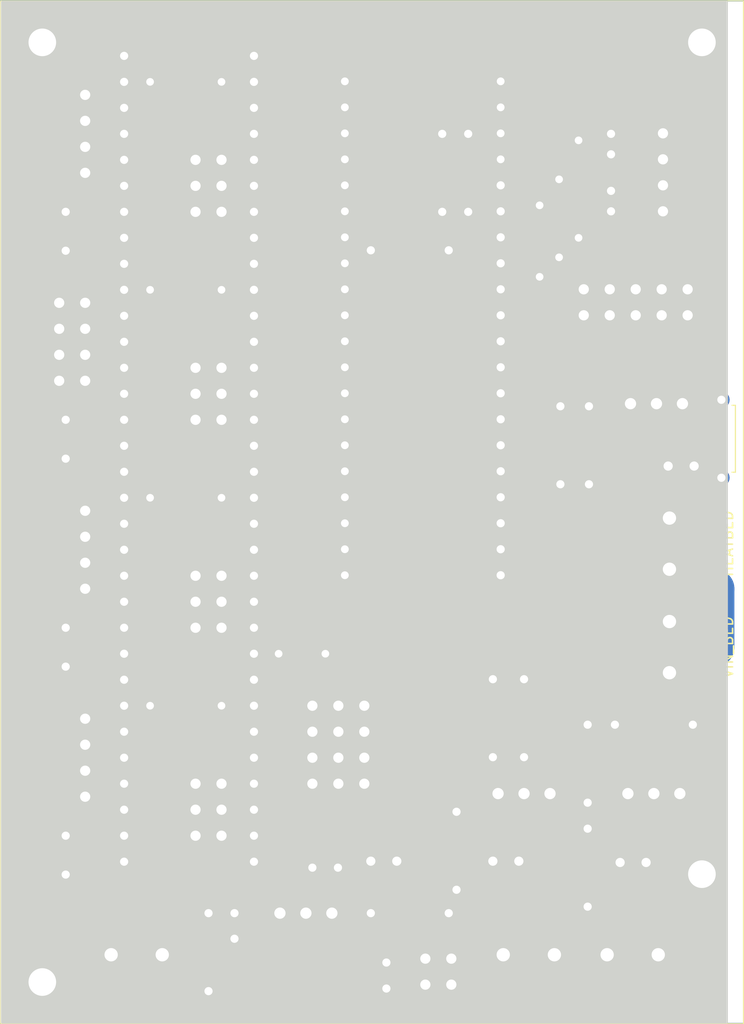
<source format=kicad_pcb>
(kicad_pcb (version 20171130) (host pcbnew "(5.0.0)")
  (layers (0 F.Cu signal) (31 B.Cu signal) (34 B.Paste user) (35 F.Paste user) (36 B.SilkS user) (37 F.SilkS user) (38 B.Mask user) (39 F.Mask user) (44 Edge.Cuts user hide))
  (net 0 "")
  (net 1 GND)
  (net 2 Z_ENABLE)
  (net 3 +3V3)
  (net 4 "Net-(U2-Pad3)")
  (net 5 "Net-(U2-Pad4)")
  (net 6 "Net-(U2-Pad5)")
  (net 7 "Net-(U2-Pad13)")
  (net 8 "Net-(U2-Pad6)")
  (net 9 Z_STEP)
  (net 10 +12V)
  (net 11 Z_DIR)
  (net 12 Y_DIR)
  (net 13 Y_STEP)
  (net 14 "Net-(U3-Pad13)")
  (net 15 "Net-(U3-Pad6)")
  (net 16 "Net-(U3-Pad5)")
  (net 17 "Net-(U3-Pad4)")
  (net 18 "Net-(U3-Pad3)")
  (net 19 "Net-(U4-Pad3)")
  (net 20 "Net-(U4-Pad4)")
  (net 21 "Net-(U4-Pad5)")
  (net 22 "Net-(U4-Pad13)")
  (net 23 "Net-(U4-Pad6)")
  (net 24 X_STEP)
  (net 25 X_DIR)
  (net 26 E_DIR)
  (net 27 E_STEP)
  (net 28 "Net-(U1-Pad13)")
  (net 29 "Net-(E_MOTOR1-Pad4)")
  (net 30 "Net-(E_MOTOR1-Pad3)")
  (net 31 "Net-(E_MOTOR1-Pad2)")
  (net 32 "Net-(E_MOTOR1-Pad1)")
  (net 33 E_ENABLE)
  (net 34 "Net-(C7-Pad1)")
  (net 35 "Net-(U6-Pad1)")
  (net 36 HEATER_BED)
  (net 37 HOTEND)
  (net 38 PRINT_FAN)
  (net 39 SS)
  (net 40 SCK)
  (net 41 MISO)
  (net 42 MOSI)
  (net 43 T_BED)
  (net 44 T_HOTEND)
  (net 45 SCL)
  (net 46 SDA)
  (net 47 "Net-(U6-Pad17)")
  (net 48 Z_STOP)
  (net 49 Y_STOP)
  (net 50 X_STOP)
  (net 51 "Net-(U6-Pad28)")
  (net 52 USB_PULLUP)
  (net 53 XY_ENABLE)
  (net 54 Z_PROBE)
  (net 55 "Net-(U6-Pad38)")
  (net 56 "Net-(J4-Pad6)")
  (net 57 "Net-(J4-Pad4)")
  (net 58 "Net-(J4-Pad2)")
  (net 59 "Net-(J3-Pad2)")
  (net 60 "Net-(J3-Pad4)")
  (net 61 "Net-(J3-Pad6)")
  (net 62 "Net-(J1-Pad2)")
  (net 63 "Net-(J1-Pad4)")
  (net 64 "Net-(J1-Pad6)")
  (net 65 "Net-(J2-Pad6)")
  (net 66 "Net-(J2-Pad4)")
  (net 67 "Net-(J2-Pad2)")
  (net 68 +12P)
  (net 69 "Net-(D4-Pad2)")
  (net 70 "Net-(D3-Pad1)")
  (net 71 "Net-(D1-Pad1)")
  (net 72 "Net-(D2-Pad1)")
  (net 73 "Net-(D1-Pad2)")
  (net 74 "Net-(Q1-Pad1)")
  (net 75 "Net-(D2-Pad2)")
  (net 76 "Net-(Q2-Pad1)")
  (net 77 "Net-(D3-Pad2)")
  (net 78 "Net-(Q3-Pad1)")
  (net 79 "Net-(U6-Pad2)")
  (net 80 "Net-(U6-Pad4)")
  (net 81 "Net-(U6-Pad3)")
  (net 82 PA3)
  (module Diode_THT:D_DO-35_SOD27_P2.54mm_Vertical_AnodeUp (layer F.Cu) (at 73.914 126.746 90)
    (fp_text reference D6 (at 1.778 -1.778 90) (layer F.SilkS))
    (fp_text value 1N4007)
    (pad 2 thru_hole oval (at 2.54 0 90) (size 1.6 1.6) (drill 0.8) (layers *.Cu *.Mask) (net 1 GND))
    (pad 1 thru_hole rect (at 0 0 90) (size 1.6 1.6) (drill 0.8) (layers *.Cu *.Mask) (net 10 +12V))
  )
  (module Connector_PinHeader_2.54mm:PinHeader_2x05_P2.54mm_Vertical (layer F.Cu) (at 103.378 58.42 270)
    (fp_text reference J5 (at 1.27 -2.33 270) (layer F.SilkS))
    (fp_text value Conn_02x05_Counter_Clockwise)
    (pad 10 thru_hole oval (at 2.54 10.16 270) (size 1.7 1.7) (drill 1) (layers *.Cu *.Mask) (net 42 MOSI))
    (pad 9 thru_hole oval (at 0 10.16 270) (size 1.7 1.7) (drill 1) (layers *.Cu *.Mask) (net 45 SCL))
    (pad 8 thru_hole oval (at 2.54 7.62 270) (size 1.7 1.7) (drill 1) (layers *.Cu *.Mask) (net 41 MISO))
    (pad 7 thru_hole oval (at 0 7.62 270) (size 1.7 1.7) (drill 1) (layers *.Cu *.Mask) (net 46 SDA))
    (pad 6 thru_hole oval (at 2.54 5.08 270) (size 1.7 1.7) (drill 1) (layers *.Cu *.Mask) (net 40 SCK))
    (pad 5 thru_hole oval (at 0 5.08 270) (size 1.7 1.7) (drill 1) (layers *.Cu *.Mask) (net 3 +3V3))
    (pad 4 thru_hole oval (at 2.54 2.54 270) (size 1.7 1.7) (drill 1) (layers *.Cu *.Mask) (net 39 SS))
    (pad 3 thru_hole oval (at 0 2.54 270) (size 1.7 1.7) (drill 1) (layers *.Cu *.Mask) (net 1 GND))
    (pad 2 thru_hole oval (at 2.54 0 270) (size 1.7 1.7) (drill 1) (layers *.Cu *.Mask) (net 82 PA3))
    (pad 1 thru_hole rect (at 0 0 270) (size 1.7 1.7) (drill 1) (layers *.Cu *.Mask) (net 1 GND))
  )
  (module bluepill:BluePill (layer F.Cu) (at 85.09 86.36 180)
    (fp_text reference U6 (at 17.526 49.53 180) (layer F.SilkS))
    (fp_text value BluePill_STM32F103C)
    (pad 40 thru_hole circle (at 15.24 0 180) (size 1.524 1.524) (drill 0.762) (layers *.Cu *.Mask) (net 3 +3V3))
    (pad 39 thru_hole circle (at 15.24 2.54 180) (size 1.524 1.524) (drill 0.762) (layers *.Cu *.Mask) (net 1 GND))
    (pad 38 thru_hole circle (at 15.24 5.08 180) (size 1.524 1.524) (drill 0.762) (layers *.Cu *.Mask) (net 55 "Net-(U6-Pad38)"))
    (pad 37 thru_hole circle (at 15.24 7.62 180) (size 1.524 1.524) (drill 0.762) (layers *.Cu *.Mask) (net 54 Z_PROBE))
    (pad 36 thru_hole circle (at 15.24 10.16 180) (size 1.524 1.524) (drill 0.762) (layers *.Cu *.Mask) (net 53 XY_ENABLE))
    (pad 35 thru_hole circle (at 15.24 12.7 180) (size 1.524 1.524) (drill 0.762) (layers *.Cu *.Mask) (net 24 X_STEP))
    (pad 34 thru_hole circle (at 15.24 15.24 180) (size 1.524 1.524) (drill 0.762) (layers *.Cu *.Mask) (net 25 X_DIR))
    (pad 33 thru_hole circle (at 15.24 17.78 180) (size 1.524 1.524) (drill 0.762) (layers *.Cu *.Mask) (net 13 Y_STEP))
    (pad 32 thru_hole circle (at 15.24 20.32 180) (size 1.524 1.524) (drill 0.762) (layers *.Cu *.Mask) (net 12 Y_DIR))
    (pad 31 thru_hole circle (at 15.24 22.86 180) (size 1.524 1.524) (drill 0.762) (layers *.Cu *.Mask) (net 2 Z_ENABLE))
    (pad 30 thru_hole circle (at 15.24 25.4 180) (size 1.524 1.524) (drill 0.762) (layers *.Cu *.Mask) (net 9 Z_STEP))
    (pad 29 thru_hole circle (at 15.24 27.94 180) (size 1.524 1.524) (drill 0.762) (layers *.Cu *.Mask) (net 52 USB_PULLUP))
    (pad 28 thru_hole circle (at 15.24 30.48 180) (size 1.524 1.524) (drill 0.762) (layers *.Cu *.Mask) (net 51 "Net-(U6-Pad28)"))
    (pad 27 thru_hole circle (at 15.24 33.02 180) (size 1.524 1.524) (drill 0.762) (layers *.Cu *.Mask) (net 11 Z_DIR))
    (pad 26 thru_hole circle (at 15.24 35.56 180) (size 1.524 1.524) (drill 0.762) (layers *.Cu *.Mask) (net 33 E_ENABLE))
    (pad 25 thru_hole circle (at 15.24 38.1 180) (size 1.524 1.524) (drill 0.762) (layers *.Cu *.Mask) (net 27 E_STEP))
    (pad 24 thru_hole circle (at 15.24 40.64 180) (size 1.524 1.524) (drill 0.762) (layers *.Cu *.Mask) (net 26 E_DIR))
    (pad 23 thru_hole circle (at 15.24 43.18 180) (size 1.524 1.524) (drill 0.762) (layers *.Cu *.Mask) (net 50 X_STOP))
    (pad 22 thru_hole circle (at 15.24 45.72 180) (size 1.524 1.524) (drill 0.762) (layers *.Cu *.Mask) (net 49 Y_STOP))
    (pad 21 thru_hole circle (at 15.24 48.26 180) (size 1.524 1.524) (drill 0.762) (layers *.Cu *.Mask) (net 48 Z_STOP))
    (pad 20 thru_hole circle (at 0 48.26 180) (size 1.524 1.524) (drill 0.762) (layers *.Cu *.Mask) (net 1 GND))
    (pad 19 thru_hole circle (at 0 45.72 180) (size 1.524 1.524) (drill 0.762) (layers *.Cu *.Mask) (net 1 GND))
    (pad 18 thru_hole circle (at 0 43.18 180) (size 1.524 1.524) (drill 0.762) (layers *.Cu *.Mask) (net 3 +3V3))
    (pad 17 thru_hole circle (at 0 40.64 180) (size 1.524 1.524) (drill 0.762) (layers *.Cu *.Mask) (net 47 "Net-(U6-Pad17)"))
    (pad 16 thru_hole oval (at 0 38.1 180) (size 1.6 1.6) (drill 0.8) (layers *.Cu *.Mask) (net 46 SDA))
    (pad 8 thru_hole oval (at 0 17.78 180) (size 1.6 1.6) (drill 0.8) (layers *.Cu *.Mask) (net 82 PA3))
    (pad 15 thru_hole oval (at 0 35.56 180) (size 1.6 1.6) (drill 0.8) (layers *.Cu *.Mask) (net 45 SCL))
    (pad 7 thru_hole oval (at 0 15.24 180) (size 1.6 1.6) (drill 0.8) (layers *.Cu *.Mask) (net 38 PRINT_FAN))
    (pad 14 thru_hole oval (at 0 33.02 180) (size 1.6 1.6) (drill 0.8) (layers *.Cu *.Mask) (net 44 T_HOTEND))
    (pad 6 thru_hole oval (at 0 12.7 180) (size 1.6 1.6) (drill 0.8) (layers *.Cu *.Mask) (net 37 HOTEND))
    (pad 13 thru_hole oval (at 0 30.48 180) (size 1.6 1.6) (drill 0.8) (layers *.Cu *.Mask) (net 43 T_BED))
    (pad 5 thru_hole oval (at 0 10.16 180) (size 1.6 1.6) (drill 0.8) (layers *.Cu *.Mask) (net 36 HEATER_BED))
    (pad 12 thru_hole oval (at 0 27.94 180) (size 1.6 1.6) (drill 0.8) (layers *.Cu *.Mask) (net 42 MOSI))
    (pad 4 thru_hole oval (at 0 7.62 180) (size 1.6 1.6) (drill 0.8) (layers *.Cu *.Mask) (net 80 "Net-(U6-Pad4)"))
    (pad 11 thru_hole oval (at 0 25.4 180) (size 1.6 1.6) (drill 0.8) (layers *.Cu *.Mask) (net 41 MISO))
    (pad 3 thru_hole oval (at 0 5.08 180) (size 1.6 1.6) (drill 0.8) (layers *.Cu *.Mask) (net 81 "Net-(U6-Pad3)"))
    (pad 10 thru_hole oval (at 0 22.86 180) (size 1.6 1.6) (drill 0.8) (layers *.Cu *.Mask) (net 40 SCK))
    (pad 2 thru_hole oval (at 0 2.54 180) (size 1.6 1.6) (drill 0.8) (layers *.Cu *.Mask) (net 79 "Net-(U6-Pad2)"))
    (pad 9 thru_hole oval (at 0 20.32 180) (size 1.6 1.6) (drill 0.8) (layers *.Cu *.Mask) (net 39 SS))
    (pad 1 thru_hole rect (at 0 0 180) (size 1.6 1.6) (drill 0.8) (layers *.Cu *.Mask) (net 35 "Net-(U6-Pad1)"))
  )
  (module Resistor_THT:R_Axial_DIN0207_L6.3mm_D2.5mm_P7.62mm_Horizontal (layer F.Cu) (at 80.01 54.61 180)
    (fp_text reference R13 (at 3.81 0.0508 180) (layer F.SilkS))
    (fp_text value 1K8)
    (pad 2 thru_hole oval (at 7.62 0 180) (size 1.6 1.6) (drill 0.8) (layers *.Cu *.Mask) (net 52 USB_PULLUP))
    (pad 1 thru_hole circle (at 0 0 180) (size 1.6 1.6) (drill 0.8) (layers *.Cu *.Mask) (net 3 +3V3))
  )
  (module Resistor_THT:R_Axial_DIN0207_L6.3mm_D2.5mm_P7.62mm_Horizontal (layer F.Cu) (at 87.376 104.14 90)
    (fp_text reference R11 (at 3.81 0.254 90) (layer F.SilkS))
    (fp_text value 100K)
    (pad 2 thru_hole oval (at 7.62 0 90) (size 1.6 1.6) (drill 0.8) (layers *.Cu *.Mask) (net 37 HOTEND))
    (pad 1 thru_hole circle (at 0 0 90) (size 1.6 1.6) (drill 0.8) (layers *.Cu *.Mask) (net 1 GND))
  )
  (module Resistor_THT:R_Axial_DIN0207_L6.3mm_D2.5mm_P7.62mm_Horizontal (layer F.Cu) (at 103.886 100.965 180)
    (fp_text reference R10 (at 3.81 0.127 180) (layer F.SilkS))
    (fp_text value 10R)
    (pad 2 thru_hole oval (at 7.62 0 180) (size 1.6 1.6) (drill 0.8) (layers *.Cu *.Mask) (net 37 HOTEND))
    (pad 1 thru_hole circle (at 0 0 180) (size 1.6 1.6) (drill 0.8) (layers *.Cu *.Mask) (net 78 "Net-(Q3-Pad1)"))
  )
  (module Resistor_THT:R_Axial_DIN0207_L6.3mm_D2.5mm_P7.62mm_Horizontal (layer F.Cu) (at 93.599 111.125 270)
    (fp_text reference R9 (at 3.81 0 270) (layer F.SilkS))
    (fp_text value 1K)
    (pad 2 thru_hole oval (at 7.62 0 270) (size 1.6 1.6) (drill 0.8) (layers *.Cu *.Mask) (net 10 +12V))
    (pad 1 thru_hole circle (at 0 0 270) (size 1.6 1.6) (drill 0.8) (layers *.Cu *.Mask) (net 77 "Net-(D3-Pad2)"))
  )
  (module Resistor_THT:R_Axial_DIN0207_L6.3mm_D2.5mm_P7.62mm_Horizontal (layer F.Cu) (at 93.726 69.85 270)
    (fp_text reference R8 (at 3.81 0 270) (layer F.SilkS))
    (fp_text value 100K)
    (pad 1 thru_hole circle (at 0 0 270) (size 1.6 1.6) (drill 0.8) (layers *.Cu *.Mask) (net 1 GND))
    (pad 2 thru_hole oval (at 7.62 0 270) (size 1.6 1.6) (drill 0.8) (layers *.Cu *.Mask) (net 36 HEATER_BED))
  )
  (module Resistor_THT:R_Axial_DIN0207_L6.3mm_D2.5mm_P7.62mm_Horizontal (layer F.Cu) (at 90.932 69.85 270)
    (fp_text reference R7 (at 3.81 0 270) (layer F.SilkS))
    (fp_text value 10R)
    (pad 2 thru_hole oval (at 7.62 0 270) (size 1.6 1.6) (drill 0.8) (layers *.Cu *.Mask) (net 36 HEATER_BED))
    (pad 1 thru_hole circle (at 0 0 270) (size 1.6 1.6) (drill 0.8) (layers *.Cu *.Mask) (net 76 "Net-(Q2-Pad1)"))
  )
  (module Resistor_THT:R_Axial_DIN0207_L6.3mm_D2.5mm_P7.62mm_Horizontal (layer F.Cu) (at 106.68 69.215 270)
    (fp_text reference R6 (at 3.81 0 270) (layer F.SilkS))
    (fp_text value 1K)
    (pad 1 thru_hole circle (at 0 0 270) (size 1.6 1.6) (drill 0.8) (layers *.Cu *.Mask) (net 75 "Net-(D2-Pad2)"))
    (pad 2 thru_hole oval (at 7.62 0 270) (size 1.6 1.6) (drill 0.8) (layers *.Cu *.Mask) (net 68 +12P))
  )
  (module Resistor_THT:R_Axial_DIN0207_L6.3mm_D2.5mm_P7.62mm_Horizontal (layer F.Cu) (at 84.328 104.14 90)
    (fp_text reference R5 (at 3.81 0.127 90) (layer F.SilkS))
    (fp_text value 100K)
    (pad 2 thru_hole oval (at 7.62 0 90) (size 1.6 1.6) (drill 0.8) (layers *.Cu *.Mask) (net 38 PRINT_FAN))
    (pad 1 thru_hole circle (at 0 0 90) (size 1.6 1.6) (drill 0.8) (layers *.Cu *.Mask) (net 1 GND))
  )
  (module Resistor_THT:R_Axial_DIN0207_L6.3mm_D2.5mm_P7.62mm_Horizontal (layer F.Cu) (at 93.599 108.585 90)
    (fp_text reference R4 (at 3.81 0 90) (layer F.SilkS))
    (fp_text value 10R)
    (pad 2 thru_hole oval (at 7.62 0 90) (size 1.6 1.6) (drill 0.8) (layers *.Cu *.Mask) (net 38 PRINT_FAN))
    (pad 1 thru_hole circle (at 0 0 90) (size 1.6 1.6) (drill 0.8) (layers *.Cu *.Mask) (net 74 "Net-(Q1-Pad1)"))
  )
  (module Resistor_THT:R_Axial_DIN0207_L6.3mm_D2.5mm_P7.62mm_Horizontal (layer F.Cu) (at 80.772 109.474 270)
    (fp_text reference R3 (at 3.81 -0.254 270) (layer F.SilkS))
    (fp_text value 1K)
    (pad 2 thru_hole oval (at 7.62 0 270) (size 1.6 1.6) (drill 0.8) (layers *.Cu *.Mask) (net 10 +12V))
    (pad 1 thru_hole circle (at 0 0 270) (size 1.6 1.6) (drill 0.8) (layers *.Cu *.Mask) (net 73 "Net-(D1-Pad2)"))
  )
  (module Resistor_THT:R_Axial_DIN0207_L6.3mm_D2.5mm_P7.62mm_Horizontal (layer F.Cu) (at 79.375 43.2308 270)
    (fp_text reference R2 (at 3.7592 0 270) (layer F.SilkS))
    (fp_text value 4K7)
    (pad 2 thru_hole oval (at 7.62 0 270) (size 1.6 1.6) (drill 0.8) (layers *.Cu *.Mask) (net 43 T_BED))
    (pad 1 thru_hole circle (at 0 0 270) (size 1.6 1.6) (drill 0.8) (layers *.Cu *.Mask) (net 3 +3V3))
  )
  (module Resistor_THT:R_Axial_DIN0207_L6.3mm_D2.5mm_P7.62mm_Horizontal (layer F.Cu) (at 81.915 43.2308 270)
    (fp_text reference R1 (at 3.81 0 270) (layer F.SilkS))
    (fp_text value 1K)
    (pad 2 thru_hole oval (at 7.62 0 270) (size 1.6 1.6) (drill 0.8) (layers *.Cu *.Mask) (net 44 T_HOTEND))
    (pad 1 thru_hole circle (at 0 0 270) (size 1.6 1.6) (drill 0.8) (layers *.Cu *.Mask) (net 3 +3V3))
  )
  (module Resistor_THT:R_Axial_DIN0207_L6.3mm_D2.5mm_P7.62mm_Horizontal (layer F.Cu) (at 72.39 119.38)
    (fp_text reference R12 (at 3.81 0) (layer F.SilkS))
    (fp_text value 4K7)
    (pad 2 thru_hole oval (at 7.62 0) (size 1.6 1.6) (drill 0.8) (layers *.Cu *.Mask) (net 10 +12V))
    (pad 1 thru_hole circle (at 0 0) (size 1.6 1.6) (drill 0.8) (layers *.Cu *.Mask) (net 69 "Net-(D4-Pad2)"))
  )
  (module MountingHole:MountingHole_2.7mm_M2.5_DIN965_Pad (layer F.Cu) (at 104.775 34.29)
    (fp_text reference REF** hide)
    (fp_text value MountingHole_2.7mm_M2.5_DIN965_Pad)
    (pad 1 thru_hole circle (at 0 0) (size 4.7 4.7) (drill 2.7) (layers *.Cu *.Mask))
  )
  (module MountingHole:MountingHole_2.7mm_M2.5_DIN965_Pad (layer F.Cu) (at 40.259 34.29)
    (fp_text reference REF** hide)
    (fp_text value MountingHole_2.7mm_M2.5_DIN965_Pad)
    (pad 1 thru_hole circle (at 0 0) (size 4.7 4.7) (drill 2.7) (layers *.Cu *.Mask))
  )
  (module MountingHole:MountingHole_2.7mm_M2.5_DIN965_Pad (layer F.Cu) (at 40.259 126.111)
    (fp_text reference REF** hide)
    (fp_text value MountingHole_2.7mm_M2.5_DIN965_Pad)
    (pad 1 thru_hole circle (at 0 0) (size 4.7 4.7) (drill 2.7) (layers *.Cu *.Mask))
  )
  (module Capacitor_THT:CP_Radial_D5.0mm_P2.00mm (layer F.Cu) (at 95.885 45.2308 90)
    (fp_text reference C1 (at 3.9558 -2.54 90) (layer F.SilkS))
    (fp_text value 10uF10v)
    (pad 1 thru_hole rect (at 0 0 90) (size 1.6 1.6) (drill 0.8) (layers *.Cu *.Mask) (net 44 T_HOTEND))
    (pad 2 thru_hole circle (at 2 0 90) (size 1.6 1.6) (drill 0.8) (layers *.Cu *.Mask) (net 1 GND))
  )
  (module Diode_THT:D_DO-35_SOD27_P7.62mm_Horizontal (layer F.Cu) (at 56.515 119.38 270)
    (fp_text reference D5 (at 3.81 0 270) (layer F.SilkS))
    (fp_text value 1N4007)
    (pad 1 thru_hole rect (at 0 0 270) (size 1.6 1.6) (drill 0.8) (layers *.Cu *.Mask) (net 34 "Net-(C7-Pad1)"))
    (pad 2 thru_hole oval (at 7.62 0 270) (size 1.6 1.6) (drill 0.8) (layers *.Cu *.Mask) (net 10 +12V))
  )
  (module LED_THT:LED_D3.0mm (layer F.Cu) (at 99.314 114.427 180)
    (fp_text reference D3 (at 1.27 -2.96 180) (layer F.SilkS))
    (fp_text value LED_Small)
    (pad 1 thru_hole rect (at 0 0 180) (size 1.8 1.8) (drill 0.9) (layers *.Cu *.Mask) (net 70 "Net-(D3-Pad1)"))
    (pad 2 thru_hole circle (at 2.54 0 180) (size 1.8 1.8) (drill 0.9) (layers *.Cu *.Mask) (net 77 "Net-(D3-Pad2)"))
  )
  (module LED_THT:LED_D3.0mm (layer F.Cu) (at 86.868 114.3 180)
    (fp_text reference D1 (at 1.27 -2.96 180) (layer F.SilkS))
    (fp_text value LED_Small)
    (pad 2 thru_hole circle (at 2.54 0 180) (size 1.8 1.8) (drill 0.9) (layers *.Cu *.Mask) (net 73 "Net-(D1-Pad2)"))
    (pad 1 thru_hole rect (at 0 0 180) (size 1.8 1.8) (drill 0.9) (layers *.Cu *.Mask) (net 71 "Net-(D1-Pad1)"))
  )
  (module LED_THT:LED_D3.0mm (layer F.Cu) (at 101.473 75.692)
    (fp_text reference D2 (at -2.159 0 90) (layer F.SilkS))
    (fp_text value LED_Small)
    (pad 2 thru_hole circle (at 2.54 0) (size 1.8 1.8) (drill 0.9) (layers *.Cu *.Mask) (net 75 "Net-(D2-Pad2)"))
    (pad 1 thru_hole rect (at 0 0) (size 1.8 1.8) (drill 0.9) (layers *.Cu *.Mask) (net 72 "Net-(D2-Pad1)"))
  )
  (module Package_TO_SOT_THT:TO-220-3_Vertical (layer F.Cu) (at 102.616 107.696 180)
    (fp_text reference Q3 (at -0.508 -4.064 180) (layer F.SilkS))
    (fp_text value IRLZ44N)
    (pad 1 thru_hole rect (at 0 0 180) (size 1.905 2) (drill 1.1) (layers *.Cu *.Mask) (net 78 "Net-(Q3-Pad1)"))
    (pad 2 thru_hole oval (at 2.54 0 180) (size 1.905 2) (drill 1.1) (layers *.Cu *.Mask) (net 70 "Net-(D3-Pad1)"))
    (pad 3 thru_hole oval (at 5.08 0 180) (size 1.905 2) (drill 1.1) (layers *.Cu *.Mask) (net 1 GND))
  )
  (module Package_TO_SOT_THT:TO-220-3_Vertical (layer F.Cu) (at 102.87 69.596 180)
    (fp_text reference Q2 (at 2.54 2.286 180) (layer F.SilkS))
    (fp_text value IRLB3034PBF)
    (pad 1 thru_hole rect (at 0 0 180) (size 1.905 2) (drill 1.1) (layers *.Cu *.Mask) (net 76 "Net-(Q2-Pad1)"))
    (pad 2 thru_hole oval (at 2.54 0 180) (size 1.905 2) (drill 1.1) (layers *.Cu *.Mask) (net 72 "Net-(D2-Pad1)"))
    (pad 3 thru_hole oval (at 5.08 0 180) (size 1.905 2) (drill 1.1) (layers *.Cu *.Mask) (net 1 GND))
  )
  (module Package_TO_SOT_THT:TO-220-3_Vertical (layer F.Cu) (at 89.916 107.696 180)
    (fp_text reference Q1 (at -0.508 -4.064 180) (layer F.SilkS))
    (fp_text value IRLZ44N)
    (pad 1 thru_hole rect (at 0 0 180) (size 1.905 2) (drill 1.1) (layers *.Cu *.Mask) (net 74 "Net-(Q1-Pad1)"))
    (pad 2 thru_hole oval (at 2.54 0 180) (size 1.905 2) (drill 1.1) (layers *.Cu *.Mask) (net 71 "Net-(D1-Pad1)"))
    (pad 3 thru_hole oval (at 5.08 0 180) (size 1.905 2) (drill 1.1) (layers *.Cu *.Mask) (net 1 GND))
  )
  (module TerminalBlock_Phoenix:TerminalBlock_Phoenix_MKDS-1,5-2_1x02_P5.00mm_Horizontal (layer F.Cu) (at 95.504 123.444)
    (fp_text reference HOTEND1 hide)
    (fp_text value HOTEND (at 2.54 5.66) (layer F.SilkS))
    (pad 2 thru_hole circle (at 5 0) (size 2.6 2.6) (drill 1.3) (layers *.Cu *.Mask) (net 70 "Net-(D3-Pad1)"))
    (pad 1 thru_hole rect (at 0 0) (size 2.6 2.6) (drill 1.3) (layers *.Cu *.Mask) (net 10 +12V))
  )
  (module TerminalBlock_Phoenix:TerminalBlock_Phoenix_MKDS-1,5-2_1x02_P5.00mm_Horizontal (layer F.Cu) (at 85.344 123.444)
    (fp_text reference PRINT_FAN1 hide)
    (fp_text value PRINT_FAN (at 2.5 5.66) (layer F.SilkS))
    (pad 1 thru_hole rect (at 0 0) (size 2.6 2.6) (drill 1.3) (layers *.Cu *.Mask) (net 10 +12V))
    (pad 2 thru_hole circle (at 5 0) (size 2.6 2.6) (drill 1.3) (layers *.Cu *.Mask) (net 71 "Net-(D1-Pad1)"))
  )
  (module Connector_PinHeader_2.54mm:PinHeader_1x03_P2.54mm_Vertical (layer F.Cu) (at 71.755 106.7308 270)
    (fp_text reference Z_STOP1 hide)
    (fp_text value Z_STOP (at -0.0508 -4.699) (layer F.SilkS))
    (pad 3 thru_hole oval (at 0 5.08 270) (size 1.7 1.7) (drill 1) (layers *.Cu *.Mask) (net 3 +3V3))
    (pad 2 thru_hole oval (at 0 2.54 270) (size 1.7 1.7) (drill 1) (layers *.Cu *.Mask) (net 1 GND))
    (pad 1 thru_hole rect (at 0 0 270) (size 1.7 1.7) (drill 1) (layers *.Cu *.Mask) (net 48 Z_STOP))
  )
  (module Connector_PinHeader_2.54mm:PinHeader_1x03_P2.54mm_Vertical (layer F.Cu) (at 71.755 99.1108 270)
    (fp_text reference Z_PROBE1 hide)
    (fp_text value Z_PROBE (at -0.0508 -5.207) (layer F.SilkS))
    (pad 1 thru_hole rect (at 0 0 270) (size 1.7 1.7) (drill 1) (layers *.Cu *.Mask) (net 54 Z_PROBE))
    (pad 2 thru_hole oval (at 0 2.54 270) (size 1.7 1.7) (drill 1) (layers *.Cu *.Mask) (net 1 GND))
    (pad 3 thru_hole oval (at 0 5.08 270) (size 1.7 1.7) (drill 1) (layers *.Cu *.Mask) (net 3 +3V3))
  )
  (module Connector_PinHeader_2.54mm:PinHeader_1x03_P2.54mm_Vertical (layer F.Cu) (at 71.755 104.1908 270)
    (fp_text reference Y_STOP1 hide)
    (fp_text value Y_STOP (at -0.0508 -4.699) (layer F.SilkS))
    (pad 3 thru_hole oval (at 0 5.08 270) (size 1.7 1.7) (drill 1) (layers *.Cu *.Mask) (net 3 +3V3))
    (pad 2 thru_hole oval (at 0 2.54 270) (size 1.7 1.7) (drill 1) (layers *.Cu *.Mask) (net 1 GND))
    (pad 1 thru_hole rect (at 0 0 270) (size 1.7 1.7) (drill 1) (layers *.Cu *.Mask) (net 49 Y_STOP))
  )
  (module Connector_PinHeader_2.54mm:PinHeader_1x03_P2.54mm_Vertical (layer F.Cu) (at 71.755 101.6508 270)
    (fp_text reference X_STOP1 hide)
    (fp_text value X_STOP (at -0.0508 -4.699) (layer F.SilkS))
    (pad 1 thru_hole rect (at 0 0 270) (size 1.7 1.7) (drill 1) (layers *.Cu *.Mask) (net 50 X_STOP))
    (pad 2 thru_hole oval (at 0 2.54 270) (size 1.7 1.7) (drill 1) (layers *.Cu *.Mask) (net 1 GND))
    (pad 3 thru_hole oval (at 0 5.08 270) (size 1.7 1.7) (drill 1) (layers *.Cu *.Mask) (net 3 +3V3))
  )
  (module TerminalBlock_Phoenix:TerminalBlock_Phoenix_MKDS-1,5-2_1x02_P5.00mm_Horizontal (layer F.Cu) (at 101.6 85.7758 90)
    (fp_text reference HEATBED1 hide)
    (fp_text value HEATBED (at 2.5 5.715 90) (layer F.SilkS))
    (pad 2 thru_hole circle (at 5 0 90) (size 2.6 2.6) (drill 1.3) (layers *.Cu *.Mask) (net 72 "Net-(D2-Pad1)"))
    (pad 1 thru_hole rect (at 0 0 90) (size 2.6 2.6) (drill 1.3) (layers *.Cu *.Mask) (net 68 +12P))
  )
  (module Capacitor_THT:CP_Radial_D5.0mm_P2.00mm (layer F.Cu) (at 95.885 50.8 90)
    (fp_text reference C2 (at 3.81 -2.54 90) (layer F.SilkS))
    (fp_text value 10uF10v)
    (pad 1 thru_hole rect (at 0 0 90) (size 1.6 1.6) (drill 0.8) (layers *.Cu *.Mask) (net 43 T_BED))
    (pad 2 thru_hole circle (at 2 0 90) (size 1.6 1.6) (drill 0.8) (layers *.Cu *.Mask) (net 1 GND))
  )
  (module Connector_PinHeader_2.54mm:PinHeader_1x02_P2.54mm_Vertical (layer F.Cu) (at 100.965 48.26)
    (fp_text reference T_BED1 hide)
    (fp_text value T_BED (at 2.54 1.27 90) (layer F.SilkS))
    (pad 1 thru_hole rect (at 0 0) (size 1.7 1.7) (drill 1) (layers *.Cu *.Mask) (net 1 GND))
    (pad 2 thru_hole oval (at 0 2.54) (size 1.7 1.7) (drill 1) (layers *.Cu *.Mask) (net 43 T_BED))
  )
  (module Capacitor_THT:C_Disc_D3.4mm_W2.1mm_P2.50mm (layer F.Cu) (at 59.055 119.38 270)
    (fp_text reference C7 (at -1.905 0) (layer F.SilkS))
    (fp_text value 0.1uF)
    (pad 2 thru_hole circle (at 2.5 0 270) (size 1.6 1.6) (drill 0.8) (layers *.Cu *.Mask) (net 1 GND))
    (pad 1 thru_hole circle (at 0 0 270) (size 1.6 1.6) (drill 0.8) (layers *.Cu *.Mask) (net 34 "Net-(C7-Pad1)"))
  )
  (module Capacitor_THT:C_Disc_D3.4mm_W2.1mm_P2.50mm (layer F.Cu) (at 66.675 114.935)
    (fp_text reference C8 (at 1.25 -2.3) (layer F.SilkS))
    (fp_text value 0.1uF)
    (pad 1 thru_hole circle (at 0 0) (size 1.6 1.6) (drill 0.8) (layers *.Cu *.Mask) (net 3 +3V3))
    (pad 2 thru_hole circle (at 2.5 0) (size 1.6 1.6) (drill 0.8) (layers *.Cu *.Mask) (net 1 GND))
  )
  (module Capacitor_THT:CP_Radial_D8.0mm_P3.80mm (layer F.Cu) (at 42.545 54.6508 90)
    (fp_text reference C3 (at 1.9 -5.25 90) (layer F.SilkS))
    (fp_text value 470uF16v)
    (pad 2 thru_hole circle (at 3.8 0 90) (size 1.6 1.6) (drill 0.8) (layers *.Cu *.Mask) (net 1 GND))
    (pad 1 thru_hole rect (at 0 0 90) (size 1.6 1.6) (drill 0.8) (layers *.Cu *.Mask) (net 10 +12V))
  )
  (module Capacitor_THT:CP_Radial_D8.0mm_P3.80mm (layer F.Cu) (at 42.545 74.9708 90)
    (fp_text reference C4 (at 1.9 -5.25 90) (layer F.SilkS))
    (fp_text value 470uF16v)
    (pad 1 thru_hole rect (at 0 0 90) (size 1.6 1.6) (drill 0.8) (layers *.Cu *.Mask) (net 10 +12V))
    (pad 2 thru_hole circle (at 3.8 0 90) (size 1.6 1.6) (drill 0.8) (layers *.Cu *.Mask) (net 1 GND))
  )
  (module Capacitor_THT:CP_Radial_D8.0mm_P3.80mm (layer F.Cu) (at 42.545 95.2908 90)
    (fp_text reference C5 (at 1.9 -5.25 90) (layer F.SilkS))
    (fp_text value 470uF16v)
    (pad 2 thru_hole circle (at 3.8 0 90) (size 1.6 1.6) (drill 0.8) (layers *.Cu *.Mask) (net 1 GND))
    (pad 1 thru_hole rect (at 0 0 90) (size 1.6 1.6) (drill 0.8) (layers *.Cu *.Mask) (net 10 +12V))
  )
  (module Capacitor_THT:CP_Radial_D8.0mm_P3.80mm (layer F.Cu) (at 42.545 115.6108 90)
    (fp_text reference C6 (at 1.9 -5.25 90) (layer F.SilkS))
    (fp_text value 470uF16v)
    (pad 1 thru_hole rect (at 0 0 90) (size 1.6 1.6) (drill 0.8) (layers *.Cu *.Mask) (net 10 +12V))
    (pad 2 thru_hole circle (at 3.8 0 90) (size 1.6 1.6) (drill 0.8) (layers *.Cu *.Mask) (net 1 GND))
  )
  (module Connector_PinHeader_2.54mm:PinHeader_1x02_P2.54mm_Vertical (layer F.Cu) (at 100.965 43.18)
    (fp_text reference T_EXT1 hide)
    (fp_text value T_EXT (at 2.54 1.27 90) (layer F.SilkS))
    (pad 1 thru_hole rect (at 0 0) (size 1.7 1.7) (drill 1) (layers *.Cu *.Mask) (net 1 GND))
    (pad 2 thru_hole oval (at 0 2.54) (size 1.7 1.7) (drill 1) (layers *.Cu *.Mask) (net 44 T_HOTEND))
  )
  (module Connector_PinHeader_2.54mm:PinHeader_1x02_P2.54mm_Vertical (layer F.Cu) (at 77.724 123.825)
    (fp_text reference FAN1 (at -0.635 -2.33) (layer F.SilkS))
    (fp_text value Conn_01x02)
    (pad 2 thru_hole oval (at 0 2.54) (size 1.7 1.7) (drill 1) (layers *.Cu *.Mask) (net 10 +12V))
    (pad 1 thru_hole rect (at 0 0) (size 1.7 1.7) (drill 1) (layers *.Cu *.Mask) (net 1 GND))
  )
  (module Connector_PinHeader_2.54mm:PinHeader_1x02_P2.54mm_Vertical (layer F.Cu) (at 80.264 123.825)
    (fp_text reference FAN2 (at 0.635 -2.33) (layer F.SilkS))
    (fp_text value Conn_01x02)
    (pad 1 thru_hole rect (at 0 0) (size 1.7 1.7) (drill 1) (layers *.Cu *.Mask) (net 1 GND))
    (pad 2 thru_hole oval (at 0 2.54) (size 1.7 1.7) (drill 1) (layers *.Cu *.Mask) (net 10 +12V))
  )
  (module LED_THT:LED_D3.0mm_Clear (layer F.Cu) (at 74.93 114.3 180)
    (fp_text reference D4 (at 1.27 -2.921 180) (layer F.SilkS))
    (fp_text value LED_Small)
    (pad 1 thru_hole rect (at 0 0 180) (size 1.8 1.8) (drill 0.9) (layers *.Cu *.Mask) (net 1 GND))
    (pad 2 thru_hole circle (at 2.54 0 180) (size 1.8 1.8) (drill 0.9) (layers *.Cu *.Mask) (net 69 "Net-(D4-Pad2)"))
  )
  (module TerminalBlock_Phoenix:TerminalBlock_Phoenix_MKDS-1,5-2_1x02_P5.00mm_Horizontal (layer F.Cu) (at 101.6 95.885 90)
    (fp_text reference VIN_BED1 hide)
    (fp_text value VIN_BED (at 2.5 5.715 90) (layer F.SilkS))
    (pad 2 thru_hole circle (at 5 0 90) (size 2.6 2.6) (drill 1.3) (layers *.Cu *.Mask) (net 1 GND))
    (pad 1 thru_hole rect (at 0 0 90) (size 2.6 2.6) (drill 1.3) (layers *.Cu *.Mask) (net 68 +12P))
  )
  (module TerminalBlock_Phoenix:TerminalBlock_Phoenix_MKDS-1,5-2_1x02_P5.00mm_Horizontal (layer F.Cu) (at 46.99 123.444)
    (fp_text reference VIN1 hide)
    (fp_text value VIN (at 2.54 5.66) (layer F.SilkS))
    (pad 1 thru_hole rect (at 0 0) (size 2.6 2.6) (drill 1.3) (layers *.Cu *.Mask) (net 10 +12V))
    (pad 2 thru_hole circle (at 5 0) (size 2.6 2.6) (drill 1.3) (layers *.Cu *.Mask) (net 1 GND))
  )
  (module Connector_PinHeader_2.54mm:PinHeader_2x03_P2.54mm_Vertical (layer F.Cu) (at 55.245 106.7308)
    (fp_text reference J4 (at 1.27 -2.33) (layer F.SilkS))
    (fp_text value Conn_02x03_Odd_Even)
    (pad 6 thru_hole oval (at 2.54 5.08) (size 1.7 1.7) (drill 1) (layers *.Cu *.Mask) (net 56 "Net-(J4-Pad6)"))
    (pad 5 thru_hole oval (at 0 5.08) (size 1.7 1.7) (drill 1) (layers *.Cu *.Mask) (net 3 +3V3))
    (pad 4 thru_hole oval (at 2.54 2.54) (size 1.7 1.7) (drill 1) (layers *.Cu *.Mask) (net 57 "Net-(J4-Pad4)"))
    (pad 3 thru_hole oval (at 0 2.54) (size 1.7 1.7) (drill 1) (layers *.Cu *.Mask) (net 3 +3V3))
    (pad 2 thru_hole oval (at 2.54 0) (size 1.7 1.7) (drill 1) (layers *.Cu *.Mask) (net 58 "Net-(J4-Pad2)"))
    (pad 1 thru_hole rect (at 0 0) (size 1.7 1.7) (drill 1) (layers *.Cu *.Mask) (net 3 +3V3))
  )
  (module Connector_PinHeader_2.54mm:PinHeader_2x03_P2.54mm_Vertical (layer F.Cu) (at 55.245 86.4108)
    (fp_text reference J3 (at 1.27 -2.33) (layer F.SilkS))
    (fp_text value Conn_02x03_Odd_Even)
    (pad 1 thru_hole rect (at 0 0) (size 1.7 1.7) (drill 1) (layers *.Cu *.Mask) (net 3 +3V3))
    (pad 2 thru_hole oval (at 2.54 0) (size 1.7 1.7) (drill 1) (layers *.Cu *.Mask) (net 59 "Net-(J3-Pad2)"))
    (pad 3 thru_hole oval (at 0 2.54) (size 1.7 1.7) (drill 1) (layers *.Cu *.Mask) (net 3 +3V3))
    (pad 4 thru_hole oval (at 2.54 2.54) (size 1.7 1.7) (drill 1) (layers *.Cu *.Mask) (net 60 "Net-(J3-Pad4)"))
    (pad 5 thru_hole oval (at 0 5.08) (size 1.7 1.7) (drill 1) (layers *.Cu *.Mask) (net 3 +3V3))
    (pad 6 thru_hole oval (at 2.54 5.08) (size 1.7 1.7) (drill 1) (layers *.Cu *.Mask) (net 61 "Net-(J3-Pad6)"))
  )
  (module Connector_PinHeader_2.54mm:PinHeader_2x03_P2.54mm_Vertical (layer F.Cu) (at 55.245 66.0908)
    (fp_text reference J2 (at 1.27 -2.33) (layer F.SilkS))
    (fp_text value Conn_02x03_Odd_Even)
    (pad 6 thru_hole oval (at 2.54 5.08) (size 1.7 1.7) (drill 1) (layers *.Cu *.Mask) (net 65 "Net-(J2-Pad6)"))
    (pad 5 thru_hole oval (at 0 5.08) (size 1.7 1.7) (drill 1) (layers *.Cu *.Mask) (net 3 +3V3))
    (pad 4 thru_hole oval (at 2.54 2.54) (size 1.7 1.7) (drill 1) (layers *.Cu *.Mask) (net 66 "Net-(J2-Pad4)"))
    (pad 3 thru_hole oval (at 0 2.54) (size 1.7 1.7) (drill 1) (layers *.Cu *.Mask) (net 3 +3V3))
    (pad 2 thru_hole oval (at 2.54 0) (size 1.7 1.7) (drill 1) (layers *.Cu *.Mask) (net 67 "Net-(J2-Pad2)"))
    (pad 1 thru_hole rect (at 0 0) (size 1.7 1.7) (drill 1) (layers *.Cu *.Mask) (net 3 +3V3))
  )
  (module Connector_PinHeader_2.54mm:PinHeader_2x03_P2.54mm_Vertical (layer F.Cu) (at 55.245 45.7708)
    (fp_text reference J1 (at 1.27 -2.33) (layer F.SilkS))
    (fp_text value Conn_02x03_Odd_Even)
    (pad 1 thru_hole rect (at 0 0) (size 1.7 1.7) (drill 1) (layers *.Cu *.Mask) (net 3 +3V3))
    (pad 2 thru_hole oval (at 2.54 0) (size 1.7 1.7) (drill 1) (layers *.Cu *.Mask) (net 62 "Net-(J1-Pad2)"))
    (pad 3 thru_hole oval (at 0 2.54) (size 1.7 1.7) (drill 1) (layers *.Cu *.Mask) (net 3 +3V3))
    (pad 4 thru_hole oval (at 2.54 2.54) (size 1.7 1.7) (drill 1) (layers *.Cu *.Mask) (net 63 "Net-(J1-Pad4)"))
    (pad 5 thru_hole oval (at 0 5.08) (size 1.7 1.7) (drill 1) (layers *.Cu *.Mask) (net 3 +3V3))
    (pad 6 thru_hole oval (at 2.54 5.08) (size 1.7 1.7) (drill 1) (layers *.Cu *.Mask) (net 64 "Net-(J1-Pad6)"))
  )
  (module Package_TO_SOT_THT:TO-220-3_Vertical (layer F.Cu) (at 68.58 119.38 180)
    (fp_text reference U5 (at 2.54 -4.27 180) (layer F.SilkS))
    (fp_text value LM1117-3.3)
    (pad 1 thru_hole rect (at 0 0 180) (size 1.905 2) (drill 1.1) (layers *.Cu *.Mask) (net 1 GND))
    (pad 2 thru_hole oval (at 2.54 0 180) (size 1.905 2) (drill 1.1) (layers *.Cu *.Mask) (net 3 +3V3))
    (pad 3 thru_hole oval (at 5.08 0 180) (size 1.905 2) (drill 1.1) (layers *.Cu *.Mask) (net 34 "Net-(C7-Pad1)"))
  )
  (module Connector_PinHeader_2.54mm:PinHeader_1x04_P2.54mm_Vertical (layer F.Cu) (at 44.45 39.4208)
    (fp_text reference E_MOTOR1 hide)
    (fp_text value E_MOTOR (at -2.54 4.0132 270 unlocked) (layer F.SilkS))
    (pad 1 thru_hole rect (at 0 0) (size 1.7 1.7) (drill 1) (layers *.Cu *.Mask) (net 32 "Net-(E_MOTOR1-Pad1)"))
    (pad 2 thru_hole oval (at 0 2.54) (size 1.7 1.7) (drill 1) (layers *.Cu *.Mask) (net 31 "Net-(E_MOTOR1-Pad2)"))
    (pad 3 thru_hole oval (at 0 5.08) (size 1.7 1.7) (drill 1) (layers *.Cu *.Mask) (net 30 "Net-(E_MOTOR1-Pad3)"))
    (pad 4 thru_hole oval (at 0 7.62) (size 1.7 1.7) (drill 1) (layers *.Cu *.Mask) (net 29 "Net-(E_MOTOR1-Pad4)"))
  )
  (module Connector_PinHeader_2.54mm:PinHeader_1x04_P2.54mm_Vertical (layer F.Cu) (at 44.45 100.3808)
    (fp_text reference X_MOTOR1 hide)
    (fp_text value X_MOTOR (at -2.54 4.0132 270 unlocked) (layer F.SilkS))
    (pad 4 thru_hole oval (at 0 7.62) (size 1.7 1.7) (drill 1) (layers *.Cu *.Mask) (net 23 "Net-(U4-Pad6)"))
    (pad 3 thru_hole oval (at 0 5.08) (size 1.7 1.7) (drill 1) (layers *.Cu *.Mask) (net 21 "Net-(U4-Pad5)"))
    (pad 2 thru_hole oval (at 0 2.54) (size 1.7 1.7) (drill 1) (layers *.Cu *.Mask) (net 20 "Net-(U4-Pad4)"))
    (pad 1 thru_hole rect (at 0 0) (size 1.7 1.7) (drill 1) (layers *.Cu *.Mask) (net 19 "Net-(U4-Pad3)"))
  )
  (module Connector_PinHeader_2.54mm:PinHeader_1x04_P2.54mm_Vertical (layer F.Cu) (at 44.45 80.0608)
    (fp_text reference Y_MOTOR1 hide)
    (fp_text value Y_MOTOR (at -2.54 4.0132 270 unlocked) (layer F.SilkS))
    (pad 1 thru_hole rect (at 0 0) (size 1.7 1.7) (drill 1) (layers *.Cu *.Mask) (net 18 "Net-(U3-Pad3)"))
    (pad 2 thru_hole oval (at 0 2.54) (size 1.7 1.7) (drill 1) (layers *.Cu *.Mask) (net 17 "Net-(U3-Pad4)"))
    (pad 3 thru_hole oval (at 0 5.08) (size 1.7 1.7) (drill 1) (layers *.Cu *.Mask) (net 16 "Net-(U3-Pad5)"))
    (pad 4 thru_hole oval (at 0 7.62) (size 1.7 1.7) (drill 1) (layers *.Cu *.Mask) (net 15 "Net-(U3-Pad6)"))
  )
  (module Connector_PinHeader_2.54mm:PinHeader_1x04_P2.54mm_Vertical (layer F.Cu) (at 41.91 59.7408)
    (fp_text reference Z_MOTOR1 hide)
    (fp_text value Z_MOTOR (at -2.54 4.0132 270 unlocked) (layer F.SilkS))
    (pad 4 thru_hole oval (at 0 7.62) (size 1.7 1.7) (drill 1) (layers *.Cu *.Mask) (net 8 "Net-(U2-Pad6)"))
    (pad 3 thru_hole oval (at 0 5.08) (size 1.7 1.7) (drill 1) (layers *.Cu *.Mask) (net 6 "Net-(U2-Pad5)"))
    (pad 2 thru_hole oval (at 0 2.54) (size 1.7 1.7) (drill 1) (layers *.Cu *.Mask) (net 5 "Net-(U2-Pad4)"))
    (pad 1 thru_hole rect (at 0 0) (size 1.7 1.7) (drill 1) (layers *.Cu *.Mask) (net 4 "Net-(U2-Pad3)"))
  )
  (module Connector_PinHeader_2.54mm:PinHeader_1x04_P2.54mm_Vertical (layer F.Cu) (at 44.45 59.7408)
    (fp_text reference Z_MOTOR2 hide)
    (fp_text value Conn_01x04)
    (pad 1 thru_hole rect (at 0 0) (size 1.7 1.7) (drill 1) (layers *.Cu *.Mask) (net 4 "Net-(U2-Pad3)"))
    (pad 2 thru_hole oval (at 0 2.54) (size 1.7 1.7) (drill 1) (layers *.Cu *.Mask) (net 5 "Net-(U2-Pad4)"))
    (pad 3 thru_hole oval (at 0 5.08) (size 1.7 1.7) (drill 1) (layers *.Cu *.Mask) (net 6 "Net-(U2-Pad5)"))
    (pad 4 thru_hole oval (at 0 7.62) (size 1.7 1.7) (drill 1) (layers *.Cu *.Mask) (net 8 "Net-(U2-Pad6)"))
  )
  (module Module:Pololu_Breakout-16_15.2x20.3mm (layer F.Cu) (at 48.26 35.6108)
    (fp_text reference U1 (at 2.54 0) (layer F.SilkS))
    (fp_text value "Pololu Driver")
    (pad 16 thru_hole oval (at 12.7 0) (size 1.6 1.6) (drill 0.8) (layers *.Cu *.Mask) (net 26 E_DIR))
    (pad 8 thru_hole oval (at 0 17.78) (size 1.6 1.6) (drill 0.8) (layers *.Cu *.Mask) (net 10 +12V))
    (pad 15 thru_hole oval (at 12.7 2.54) (size 1.6 1.6) (drill 0.8) (layers *.Cu *.Mask) (net 27 E_STEP))
    (pad 7 thru_hole oval (at 0 15.24) (size 1.6 1.6) (drill 0.8) (layers *.Cu *.Mask) (net 1 GND))
    (pad 14 thru_hole oval (at 12.7 5.08) (size 1.6 1.6) (drill 0.8) (layers *.Cu *.Mask) (net 28 "Net-(U1-Pad13)"))
    (pad 6 thru_hole oval (at 0 12.7) (size 1.6 1.6) (drill 0.8) (layers *.Cu *.Mask) (net 29 "Net-(E_MOTOR1-Pad4)"))
    (pad 13 thru_hole oval (at 12.7 7.62) (size 1.6 1.6) (drill 0.8) (layers *.Cu *.Mask) (net 28 "Net-(U1-Pad13)"))
    (pad 5 thru_hole oval (at 0 10.16) (size 1.6 1.6) (drill 0.8) (layers *.Cu *.Mask) (net 30 "Net-(E_MOTOR1-Pad3)"))
    (pad 12 thru_hole oval (at 12.7 10.16) (size 1.6 1.6) (drill 0.8) (layers *.Cu *.Mask) (net 62 "Net-(J1-Pad2)"))
    (pad 4 thru_hole oval (at 0 7.62) (size 1.6 1.6) (drill 0.8) (layers *.Cu *.Mask) (net 31 "Net-(E_MOTOR1-Pad2)"))
    (pad 11 thru_hole oval (at 12.7 12.7) (size 1.6 1.6) (drill 0.8) (layers *.Cu *.Mask) (net 63 "Net-(J1-Pad4)"))
    (pad 3 thru_hole oval (at 0 5.08) (size 1.6 1.6) (drill 0.8) (layers *.Cu *.Mask) (net 32 "Net-(E_MOTOR1-Pad1)"))
    (pad 10 thru_hole oval (at 12.7 15.24) (size 1.6 1.6) (drill 0.8) (layers *.Cu *.Mask) (net 64 "Net-(J1-Pad6)"))
    (pad 2 thru_hole oval (at 0 2.54) (size 1.6 1.6) (drill 0.8) (layers *.Cu *.Mask) (net 3 +3V3))
    (pad 9 thru_hole oval (at 12.7 17.78) (size 1.6 1.6) (drill 0.8) (layers *.Cu *.Mask) (net 33 E_ENABLE))
    (pad 1 thru_hole rect (at 0 0) (size 1.6 1.6) (drill 0.8) (layers *.Cu *.Mask) (net 1 GND))
  )
  (module Module:Pololu_Breakout-16_15.2x20.3mm (layer F.Cu) (at 48.26 96.5708)
    (fp_text reference U4 (at 2.54 0) (layer F.SilkS))
    (fp_text value "Pololu Driver")
    (pad 1 thru_hole rect (at 0 0) (size 1.6 1.6) (drill 0.8) (layers *.Cu *.Mask) (net 1 GND))
    (pad 9 thru_hole oval (at 12.7 17.78) (size 1.6 1.6) (drill 0.8) (layers *.Cu *.Mask) (net 53 XY_ENABLE))
    (pad 2 thru_hole oval (at 0 2.54) (size 1.6 1.6) (drill 0.8) (layers *.Cu *.Mask) (net 3 +3V3))
    (pad 10 thru_hole oval (at 12.7 15.24) (size 1.6 1.6) (drill 0.8) (layers *.Cu *.Mask) (net 56 "Net-(J4-Pad6)"))
    (pad 3 thru_hole oval (at 0 5.08) (size 1.6 1.6) (drill 0.8) (layers *.Cu *.Mask) (net 19 "Net-(U4-Pad3)"))
    (pad 11 thru_hole oval (at 12.7 12.7) (size 1.6 1.6) (drill 0.8) (layers *.Cu *.Mask) (net 57 "Net-(J4-Pad4)"))
    (pad 4 thru_hole oval (at 0 7.62) (size 1.6 1.6) (drill 0.8) (layers *.Cu *.Mask) (net 20 "Net-(U4-Pad4)"))
    (pad 12 thru_hole oval (at 12.7 10.16) (size 1.6 1.6) (drill 0.8) (layers *.Cu *.Mask) (net 58 "Net-(J4-Pad2)"))
    (pad 5 thru_hole oval (at 0 10.16) (size 1.6 1.6) (drill 0.8) (layers *.Cu *.Mask) (net 21 "Net-(U4-Pad5)"))
    (pad 13 thru_hole oval (at 12.7 7.62) (size 1.6 1.6) (drill 0.8) (layers *.Cu *.Mask) (net 22 "Net-(U4-Pad13)"))
    (pad 6 thru_hole oval (at 0 12.7) (size 1.6 1.6) (drill 0.8) (layers *.Cu *.Mask) (net 23 "Net-(U4-Pad6)"))
    (pad 14 thru_hole oval (at 12.7 5.08) (size 1.6 1.6) (drill 0.8) (layers *.Cu *.Mask) (net 22 "Net-(U4-Pad13)"))
    (pad 7 thru_hole oval (at 0 15.24) (size 1.6 1.6) (drill 0.8) (layers *.Cu *.Mask) (net 1 GND))
    (pad 15 thru_hole oval (at 12.7 2.54) (size 1.6 1.6) (drill 0.8) (layers *.Cu *.Mask) (net 24 X_STEP))
    (pad 8 thru_hole oval (at 0 17.78) (size 1.6 1.6) (drill 0.8) (layers *.Cu *.Mask) (net 10 +12V))
    (pad 16 thru_hole oval (at 12.7 0) (size 1.6 1.6) (drill 0.8) (layers *.Cu *.Mask) (net 25 X_DIR))
  )
  (module Module:Pololu_Breakout-16_15.2x20.3mm (layer F.Cu) (at 48.26 76.2508)
    (fp_text reference U3 (at 2.54 0) (layer F.SilkS))
    (fp_text value "Pololu Driver")
    (pad 16 thru_hole oval (at 12.7 0) (size 1.6 1.6) (drill 0.8) (layers *.Cu *.Mask) (net 12 Y_DIR))
    (pad 8 thru_hole oval (at 0 17.78) (size 1.6 1.6) (drill 0.8) (layers *.Cu *.Mask) (net 10 +12V))
    (pad 15 thru_hole oval (at 12.7 2.54) (size 1.6 1.6) (drill 0.8) (layers *.Cu *.Mask) (net 13 Y_STEP))
    (pad 7 thru_hole oval (at 0 15.24) (size 1.6 1.6) (drill 0.8) (layers *.Cu *.Mask) (net 1 GND))
    (pad 14 thru_hole oval (at 12.7 5.08) (size 1.6 1.6) (drill 0.8) (layers *.Cu *.Mask) (net 14 "Net-(U3-Pad13)"))
    (pad 6 thru_hole oval (at 0 12.7) (size 1.6 1.6) (drill 0.8) (layers *.Cu *.Mask) (net 15 "Net-(U3-Pad6)"))
    (pad 13 thru_hole oval (at 12.7 7.62) (size 1.6 1.6) (drill 0.8) (layers *.Cu *.Mask) (net 14 "Net-(U3-Pad13)"))
    (pad 5 thru_hole oval (at 0 10.16) (size 1.6 1.6) (drill 0.8) (layers *.Cu *.Mask) (net 16 "Net-(U3-Pad5)"))
    (pad 12 thru_hole oval (at 12.7 10.16) (size 1.6 1.6) (drill 0.8) (layers *.Cu *.Mask) (net 59 "Net-(J3-Pad2)"))
    (pad 4 thru_hole oval (at 0 7.62) (size 1.6 1.6) (drill 0.8) (layers *.Cu *.Mask) (net 17 "Net-(U3-Pad4)"))
    (pad 11 thru_hole oval (at 12.7 12.7) (size 1.6 1.6) (drill 0.8) (layers *.Cu *.Mask) (net 60 "Net-(J3-Pad4)"))
    (pad 3 thru_hole oval (at 0 5.08) (size 1.6 1.6) (drill 0.8) (layers *.Cu *.Mask) (net 18 "Net-(U3-Pad3)"))
    (pad 10 thru_hole oval (at 12.7 15.24) (size 1.6 1.6) (drill 0.8) (layers *.Cu *.Mask) (net 61 "Net-(J3-Pad6)"))
    (pad 2 thru_hole oval (at 0 2.54) (size 1.6 1.6) (drill 0.8) (layers *.Cu *.Mask) (net 3 +3V3))
    (pad 9 thru_hole oval (at 12.7 17.78) (size 1.6 1.6) (drill 0.8) (layers *.Cu *.Mask) (net 53 XY_ENABLE))
    (pad 1 thru_hole rect (at 0 0) (size 1.6 1.6) (drill 0.8) (layers *.Cu *.Mask) (net 1 GND))
  )
  (module Module:Pololu_Breakout-16_15.2x20.3mm (layer F.Cu) (at 48.26 55.9308)
    (fp_text reference U2 (at 2.54 0) (layer F.SilkS))
    (fp_text value "Pololu Driver")
    (pad 1 thru_hole rect (at 0 0) (size 1.6 1.6) (drill 0.8) (layers *.Cu *.Mask) (net 1 GND))
    (pad 9 thru_hole oval (at 12.7 17.78) (size 1.6 1.6) (drill 0.8) (layers *.Cu *.Mask) (net 2 Z_ENABLE))
    (pad 2 thru_hole oval (at 0 2.54) (size 1.6 1.6) (drill 0.8) (layers *.Cu *.Mask) (net 3 +3V3))
    (pad 10 thru_hole oval (at 12.7 15.24) (size 1.6 1.6) (drill 0.8) (layers *.Cu *.Mask) (net 65 "Net-(J2-Pad6)"))
    (pad 3 thru_hole oval (at 0 5.08) (size 1.6 1.6) (drill 0.8) (layers *.Cu *.Mask) (net 4 "Net-(U2-Pad3)"))
    (pad 11 thru_hole oval (at 12.7 12.7) (size 1.6 1.6) (drill 0.8) (layers *.Cu *.Mask) (net 66 "Net-(J2-Pad4)"))
    (pad 4 thru_hole oval (at 0 7.62) (size 1.6 1.6) (drill 0.8) (layers *.Cu *.Mask) (net 5 "Net-(U2-Pad4)"))
    (pad 12 thru_hole oval (at 12.7 10.16) (size 1.6 1.6) (drill 0.8) (layers *.Cu *.Mask) (net 67 "Net-(J2-Pad2)"))
    (pad 5 thru_hole oval (at 0 10.16) (size 1.6 1.6) (drill 0.8) (layers *.Cu *.Mask) (net 6 "Net-(U2-Pad5)"))
    (pad 13 thru_hole oval (at 12.7 7.62) (size 1.6 1.6) (drill 0.8) (layers *.Cu *.Mask) (net 7 "Net-(U2-Pad13)"))
    (pad 6 thru_hole oval (at 0 12.7) (size 1.6 1.6) (drill 0.8) (layers *.Cu *.Mask) (net 8 "Net-(U2-Pad6)"))
    (pad 14 thru_hole oval (at 12.7 5.08) (size 1.6 1.6) (drill 0.8) (layers *.Cu *.Mask) (net 7 "Net-(U2-Pad13)"))
    (pad 7 thru_hole oval (at 0 15.24) (size 1.6 1.6) (drill 0.8) (layers *.Cu *.Mask) (net 1 GND))
    (pad 15 thru_hole oval (at 12.7 2.54) (size 1.6 1.6) (drill 0.8) (layers *.Cu *.Mask) (net 9 Z_STEP))
    (pad 8 thru_hole oval (at 0 17.78) (size 1.6 1.6) (drill 0.8) (layers *.Cu *.Mask) (net 10 +12V))
    (pad 16 thru_hole oval (at 12.7 0) (size 1.6 1.6) (drill 0.8) (layers *.Cu *.Mask) (net 11 Z_DIR))
  )
  (module Symbol:OSHW-Symbol_6.7x6mm_SilkScreen (layer F.Cu) (at 95.25 35.6108)
    (fp_text reference REF** hide)
    (fp_text value OSHW-Symbol_6.7x6mm_SilkScreen hide)
  )
  (module Symbol:OSHW-Symbol_6.7x6mm_Copper (layer B.Cu) (at 95.25 35.6108 180)
    (fp_text reference REF** hide)
    (fp_text value OSHW-Symbol_6.7x6mm_Copper hide)
    (fp_poly (pts (xy 0.555814 2.531069) (xy 0.639635 2.086445) (xy 0.94892 1.958947) (xy 1.258206 1.831449) (xy 1.629246 2.083754) (xy 1.733157 2.154004) (xy 1.827087 2.216728) (xy 1.906652 2.269062) (xy 1.96747 2.308143) (xy 2.005157 2.331107) (xy 2.015421 2.336058) (xy 2.03391 2.323324) (xy 2.07342 2.288118) (xy 2.129522 2.234938) (xy 2.197787 2.168282) (xy 2.273786 2.092646) (xy 2.353092 2.012528) (xy 2.431275 1.932426) (xy 2.503907 1.856836) (xy 2.566559 1.790255) (xy 2.614803 1.737182) (xy 2.64421 1.702113) (xy 2.651241 1.690377) (xy 2.641123 1.66874) (xy 2.612759 1.621338) (xy 2.569129 1.552807) (xy 2.513218 1.467785) (xy 2.448006 1.370907) (xy 2.410219 1.31565) (xy 2.341343 1.214752) (xy 2.28014 1.123701) (xy 2.229578 1.04703) (xy 2.192628 0.989272) (xy 2.172258 0.954957) (xy 2.169197 0.947746) (xy 2.176136 0.927252) (xy 2.195051 0.879487) (xy 2.223087 0.811168) (xy 2.257391 0.729011) (xy 2.295109 0.63973) (xy 2.333387 0.550042) (xy 2.36937 0.466662) (xy 2.400206 0.396306) (xy 2.423039 0.34569) (xy 2.435017 0.321529) (xy 2.435724 0.320578) (xy 2.454531 0.315964) (xy 2.504618 0.305672) (xy 2.580793 0.290713) (xy 2.677865 0.272099) (xy 2.790643 0.250841) (xy 2.856442 0.238582) (xy 2.97695 0.215638) (xy 3.085797 0.193805) (xy 3.177476 0.174278) (xy 3.246481 0.158252) (xy 3.287304 0.146921) (xy 3.295511 0.143326) (xy 3.303548 0.118994) (xy 3.310033 0.064041) (xy 3.31497 -0.015108) (xy 3.318364 -0.112026) (xy 3.320218 -0.220287) (xy 3.320538 -0.333465) (xy 3.319327 -0.445135) (xy 3.31659 -0.548868) (xy 3.312331 -0.638241) (xy 3.306555 -0.706826) (xy 3.299267 -0.748197) (xy 3.294895 -0.75681) (xy 3.268764 -0.767133) (xy 3.213393 -0.781892) (xy 3.136107 -0.799352) (xy 3.04423 -0.81778) (xy 3.012158 -0.823741) (xy 2.857524 -0.852066) (xy 2.735375 -0.874876) (xy 2.641673 -0.89308) (xy 2.572384 -0.907583) (xy 2.523471 -0.919292) (xy 2.490897 -0.929115) (xy 2.470628 -0.937956) (xy 2.458626 -0.946724) (xy 2.456947 -0.948457) (xy 2.440184 -0.976371) (xy 2.414614 -1.030695) (xy 2.382788 -1.104777) (xy 2.34726 -1.191965) (xy 2.310583 -1.285608) (xy 2.275311 -1.379052) (xy 2.243996 -1.465647) (xy 2.219193 -1.53874) (xy 2.203454 -1.591678) (xy 2.199332 -1.617811) (xy 2.199676 -1.618726) (xy 2.213641 -1.640086) (xy 2.245322 -1.687084) (xy 2.291391 -1.754827) (xy 2.348518 -1.838423) (xy 2.413373 -1.932982) (xy 2.431843 -1.959854) (xy 2.497699 -2.057275) (xy 2.55565 -2.146163) (xy 2.602538 -2.221412) (xy 2.635207 -2.27792) (xy 2.6505 -2.310581) (xy 2.651241 -2.314593) (xy 2.638392 -2.335684) (xy 2.602888 -2.377464) (xy 2.549293 -2.435445) (xy 2.482171 -2.505135) (xy 2.406087 -2.582045) (xy 2.325604 -2.661683) (xy 2.245287 -2.739561) (xy 2.169699 -2.811186) (xy 2.103405 -2.87207) (xy 2.050969 -2.917721) (xy 2.016955 -2.94365) (xy 2.007545 -2.947883) (xy 1.985643 -2.937912) (xy 1.9408 -2.91102) (xy 1.880321 -2.871736) (xy 1.833789 -2.840117) (xy 1.749475 -2.782098) (xy 1.649626 -2.713784) (xy 1.549473 -2.645579) (xy 1.495627 -2.609075) (xy 1.313371 -2.4858) (xy 1.160381 -2.56852) (xy 1.090682 -2.604759) (xy 1.031414 -2.632926) (xy 0.991311 -2.648991) (xy 0.981103 -2.651226) (xy 0.968829 -2.634722) (xy 0.944613 -2.588082) (xy 0.910263 -2.515609) (xy 0.867588 -2.421606) (xy 0.818394 -2.310374) (xy 0.76449 -2.186215) (xy 0.707684 -2.053432) (xy 0.649782 -1.916327) (xy 0.592593 -1.779202) (xy 0.537924 -1.646358) (xy 0.487584 -1.522098) (xy 0.44338 -1.410725) (xy 0.407119 -1.316539) (xy 0.380609 -1.243844) (xy 0.365658 -1.196941) (xy 0.363254 -1.180833) (xy 0.382311 -1.160286) (xy 0.424036 -1.126933) (xy 0.479706 -1.087702) (xy 0.484378 -1.084599) (xy 0.628264 -0.969423) (xy 0.744283 -0.835053) (xy 0.83143 -0.685784) (xy 0.888699 -0.525913) (xy 0.915086 -0.359737) (xy 0.909585 -0.191552) (xy 0.87119 -0.025655) (xy 0.798895 0.133658) (xy 0.777626 0.168513) (xy 0.666996 0.309263) (xy 0.536302 0.422286) (xy 0.390064 0.506997) (xy 0.232808 0.562806) (xy 0.069057 0.589126) (xy -0.096667 0.58537) (xy -0.259838 0.55095) (xy -0.415935 0.485277) (xy -0.560433 0.387765) (xy -0.605131 0.348187) (xy -0.718888 0.224297) (xy -0.801782 0.093876) (xy -0.858644 -0.052315) (xy -0.890313 -0.197088) (xy -0.898131 -0.35986) (xy -0.872062 -0.52344) (xy -0.814755 -0.682298) (xy -0.728856 -0.830906) (xy -0.617014 -0.963735) (xy -0.481877 -1.075256) (xy -0.464117 -1.087011) (xy -0.40785 -1.125508) (xy -0.365077 -1.158863) (xy -0.344628 -1.18016) (xy -0.344331 -1.180833) (xy -0.348721 -1.203871) (xy -0.366124 -1.256157) (xy -0.394732 -1.33339) (xy -0.432735 -1.431268) (xy -0.478326 -1.545491) (xy -0.529697 -1.671758) (xy -0.585038 -1.805767) (xy -0.642542 -1.943218) (xy -0.700399 -2.079808) (xy -0.756802 -2.211237) (xy -0.809942 -2.333205) (xy -0.85801 -2.441409) (xy -0.899199 -2.531549) (xy -0.931699 -2.599323) (xy -0.953703 -2.64043) (xy -0.962564 -2.651226) (xy -0.98964 -2.642819) (xy -1.040303 -2.620272) (xy -1.105817 -2.587613) (xy -1.141841 -2.56852) (xy -1.294832 -2.4858) (xy -1.477088 -2.609075) (xy -1.570125 -2.672228) (xy -1.671985 -2.741727) (xy -1.767438 -2.807165) (xy -1.81525 -2.840117) (xy -1.882495 -2.885273) (xy -1.939436 -2.921057) (xy -1.978646 -2.942938) (xy -1.991381 -2.947563) (xy -2.009917 -2.935085) (xy -2.050941 -2.900252) (xy -2.110475 -2.846678) (xy -2.184542 -2.777983) (xy -2.269165 -2.697781) (xy -2.322685 -2.646286) (xy -2.416319 -2.554286) (xy -2.497241 -2.471999) (xy -2.562177 -2.402945) (xy -2.607858 -2.350644) (xy -2.631011 -2.318616) (xy -2.633232 -2.312116) (xy -2.622924 -2.287394) (xy -2.594439 -2.237405) (xy -2.550937 -2.167212) (xy -2.495577 -2.081875) (xy -2.43152 -1.986456) (xy -2.413303 -1.959854) (xy -2.346927 -1.863167) (xy -2.287378 -1.776117) (xy -2.237984 -1.703595) (xy -2.202075 -1.650493) (xy -2.182981 -1.621703) (xy -2.181136 -1.618726) (xy -2.183895 -1.595782) (xy -2.198538 -1.545336) (xy -2.222513 -1.474041) (xy -2.253266 -1.388547) (xy -2.288244 -1.295507) (xy -2.324893 -1.201574) (xy -2.360661 -1.113399) (xy -2.392994 -1.037634) (xy -2.419338 -0.980931) (xy -2.437142 -0.949943) (xy -2.438407 -0.948457) (xy -2.449294 -0.939601) (xy -2.467682 -0.930843) (xy -2.497606 -0.921277) (xy -2.543103 -0.909996) (xy -2.608209 -0.896093) (xy -2.696961 -0.878663) (xy -2.813393 -0.856798) (xy -2.961542 -0.829591) (xy -2.993618 -0.823741) (xy -3.088686 -0.805374) (xy -3.171565 -0.787405) (xy -3.23493 -0.771569) (xy -3.271458 -0.7596) (xy -3.276356 -0.75681) (xy -3.284427 -0.732072) (xy -3.290987 -0.67679) (xy -3.296033 -0.597389) (xy -3.299559 -0.500296) (xy -3.301561 -0.391938) (xy -3.302036 -0.27874) (xy -3.300977 -0.167128) (xy -3.298382 -0.063529) (xy -3.294246 0.025632) (xy -3.288563 0.093928) (xy -3.281331 0.134934) (xy -3.276971 0.143326) (xy -3.252698 0.151792) (xy -3.197426 0.165565) (xy -3.116662 0.18345) (xy -3.015912 0.204252) (xy -2.900683 0.226777) (xy -2.837902 0.238582) (xy -2.718787 0.260849) (xy -2.612565 0.281021) (xy -2.524427 0.298085) (xy -2.459566 0.311031) (xy -2.423174 0.318845) (xy -2.417184 0.320578) (xy -2.407061 0.34011) (xy -2.385662 0.387157) (xy -2.355839 0.454997) (xy -2.320445 0.536909) (xy -2.282332 0.626172) (xy -2.244353 0.716065) (xy -2.20936 0.799865) (xy -2.180206 0.870853) (xy -2.159743 0.922306) (xy -2.150823 0.947503) (xy -2.150657 0.948604) (xy -2.160769 0.968481) (xy -2.189117 1.014223) (xy -2.232723 1.081283) (xy -2.288606 1.165116) (xy -2.353787 1.261174) (xy -2.391679 1.31635) (xy -2.460725 1.417519) (xy -2.52205 1.50937) (xy -2.572663 1.587256) (xy -2.609571 1.646531) (xy -2.629782 1.682549) (xy -2.632701 1.690623) (xy -2.620153 1.709416) (xy -2.585463 1.749543) (xy -2.533063 1.806507) (xy -2.467384 1.875815) (xy -2.392856 1.952969) (xy -2.313913 2.033475) (xy -2.234983 2.112837) (xy -2.1605 2.18656) (xy -2.094894 2.250148) (xy -2.042596 2.299106) (xy -2.008039 2.328939) (xy -1.996478 2.336058) (xy -1.977654 2.326047) (xy -1.932631 2.297922) (xy -1.865787 2.254546) (xy -1.781499 2.198782) (xy -1.684144 2.133494) (xy -1.610707 2.083754) (xy -1.239667 1.831449) (xy -0.621095 2.086445) (xy -0.537275 2.531069) (xy -0.453454 2.975693) (xy 0.471994 2.975693) (xy 0.555814 2.531069)) (layer B.Cu) (width 0.01))
  )
  (module MountingHole:MountingHole_2.7mm_M2.5_DIN965_Pad (layer F.Cu) (at 104.775 115.57)
    (fp_text reference REF** hide)
    (fp_text value MountingHole_2.7mm_M2.5_DIN965_Pad)
    (pad 1 thru_hole circle (at 0 0) (size 4.7 4.7) (drill 2.7) (layers *.Cu *.Mask))
  )
  (gr_line (start 36.195 130.175) (end 36.195 30.226) (layer F.SilkS) (width 0.1))
  (gr_line (start 108.839 130.175) (end 36.195 130.175) (layer F.SilkS) (width 0.1))
  (gr_line (start 108.839 30.226) (end 108.839 130.175) (layer F.SilkS) (width 0.1))
  (gr_line (start 36.195 30.226) (end 108.839 30.226) (layer F.SilkS) (width 0.1))
  (gr_text + (at 105.029 85.7885) (layer F.SilkS) (effects (font (size 1 1)) (justify mirror)))
  (gr_text + (at 105.029 95.9485 90) (layer F.SilkS) (effects (font (size 1 1)) (justify mirror)))
  (gr_text + (at 46.99 126.746) (layer F.SilkS) (effects (font (size 1 1)) (justify mirror)))
  (gr_text - (at 51.943 126.746) (layer F.SilkS) (effects (font (size 1 1)) (justify mirror)))
  (gr_text - (at 105.029 90.8685 90) (layer F.SilkS) (effects (font (size 1 1)) (justify mirror)))
  (gr_text + (at 95.504 126.746) (layer F.SilkS) (effects (font (size 1 1)) (justify mirror)))
  (gr_text + (at 85.344 126.746) (layer F.SilkS) (effects (font (size 1 1)) (justify mirror)))
  (gr_text + (at 77.7875 128.3335) (layer F.SilkS) (effects (font (size 1 1)) (justify mirror)))
  (gr_text S (at 71.755 96.647) (layer F.SilkS) (effects (font (size 1 1))))
  (gr_text - (at 69.1515 96.7105) (layer F.SilkS) (effects (font (size 1 1)) (justify mirror)))
  (gr_text + (at 66.675 96.647) (layer F.SilkS) (effects (font (size 1 1)) (justify mirror)))
  (gr_text PA3 (at 103.632 64.1985 90) (layer F.SilkS) (effects (font (size 1 1))))
  (gr_text SS (at 100.965 63.754 90) (layer F.SilkS) (effects (font (size 1 1))))
  (gr_text SCK (at 98.425 64.262 90) (layer F.SilkS) (effects (font (size 1 1))))
  (gr_text MISO (at 95.885 64.643 90) (layer F.SilkS) (effects (font (size 1 1))))
  (gr_text MOSI (at 93.345 64.643 90) (layer F.SilkS) (effects (font (size 1 1))))
  (gr_text GND (at 103.505 55.245 90) (layer F.SilkS) (effects (font (size 1 1))))
  (gr_text GND (at 100.965 55.245 90) (layer F.SilkS) (effects (font (size 1 1))))
  (gr_text 3V3 (at 98.425 55.245 90) (layer F.SilkS) (effects (font (size 1 1))))
  (gr_text SDA (at 95.885 55.245 90) (layer F.SilkS) (effects (font (size 1 1))))
  (gr_text SCL (at 93.345 55.245 90) (layer F.SilkS) (effects (font (size 1 1))))
  (gr_line (start 63.5 93.98) (end 67.945 93.98) (layer F.SilkS) (width 0.2))
  (gr_line (start 92.71 43.815) (end 92.71 53.34) (layer F.SilkS) (width 0.2))
  (gr_line (start 90.805 47.625) (end 90.805 55.245) (layer F.SilkS) (width 0.2))
  (gr_line (start 88.9 50.165) (end 88.9 57.15) (layer F.SilkS) (width 0.2))
  (gr_line (start 50.8 38.1) (end 57.785 38.1) (layer F.SilkS) (width 0.2))
  (gr_line (start 50.8 58.42) (end 57.785 58.42) (layer F.SilkS) (width 0.2))
  (gr_line (start 50.8 99.06) (end 57.785 99.06) (layer F.SilkS) (width 0.2))
  (gr_line (start 50.8 78.74) (end 57.785 78.74) (layer F.SilkS) (width 0.2))
  (gr_text "Released under GPLv3" (at 77.851 67.056 -90) (layer B.Cu) (effects (font (size 1.3 1.3) (thickness 0.25)) (justify mirror)))
  (gr_text "Morpheus board by SPON!" (at 80.137 68.834 -90) (layer B.Cu) (effects (font (size 1.3 1.3) (thickness 0.25)) (justify mirror)))
  (segment (start 36.195 30.226) (end 108.839 30.226) (width 0.15) (layer B.Cu) (net 0))
  (segment (start 36.195 130.175) (end 108.839 130.175) (width 0.15) (layer B.Cu) (net 0))
  (segment (start 77.216 123.825) (end 74.676 123.825) (width 1.78) (layer B.Cu) (net 1))
  (segment (start 48.26 111.8108) (end 42.545 111.8108) (width 1.78) (layer B.Cu) (net 1))
  (segment (start 48.26 91.4908) (end 42.545 91.4908) (width 1.78) (layer B.Cu) (net 1))
  (segment (start 48.26 71.1708) (end 42.545 71.1708) (width 1.78) (layer B.Cu) (net 1))
  (segment (start 48.26 111.8108) (end 50.8 111.8108) (width 1.78) (layer B.Cu) (net 1))
  (segment (start 48.26 71.1708) (end 50.8 71.1708) (width 1.78) (layer B.Cu) (net 1))
  (segment (start 48.26 50.8508) (end 50.8 50.8508) (width 1.78) (layer B.Cu) (net 1))
  (segment (start 48.26 96.5708) (end 52.705 96.5708) (width 1.78) (layer B.Cu) (net 1))
  (segment (start 48.26 76.2508) (end 52.705 76.2508) (width 1.78) (layer B.Cu) (net 1))
  (segment (start 48.26 55.9308) (end 52.705 55.9308) (width 1.78) (layer B.Cu) (net 1))
  (segment (start 69.85 83.8708) (end 70.20564 83.8708) (width 1.27) (layer B.Cu) (net 1))
  (segment (start 70.20564 83.8708) (end 72.01001 85.67517) (width 1.27) (layer B.Cu) (net 1))
  (segment (start 69.215 99.1108) (end 69.215 106.7308) (width 1.78) (layer B.Cu) (net 1))
  (segment (start 72.01001 85.67517) (end 72.01001 95.700799) (width 1.27) (layer B.Cu) (net 1))
  (segment (start 72.01001 95.700799) (end 71.990001 95.700799) (width 1.27) (layer B.Cu) (net 1))
  (segment (start 69.215 98.4758) (end 70.485 97.2058) (width 1.27) (layer B.Cu) (net 1))
  (segment (start 69.215 99.1108) (end 69.215 98.4758) (width 1.27) (layer B.Cu) (net 1))
  (segment (start 71.990001 95.700799) (end 70.485 97.2058) (width 1.27) (layer B.Cu) (net 1))
  (segment (start 70.485 97.2058) (end 69.85 97.8408) (width 1.27) (layer B.Cu) (net 1))
  (segment (start 85.09 38.1508) (end 85.09 40.6908) (width 1.27) (layer B.Cu) (net 1))
  (segment (start 93.345 40.6908) (end 95.885 43.2308) (width 1.27) (layer B.Cu) (net 1))
  (segment (start 85.09 40.6908) (end 93.345 40.6908) (width 1.27) (layer B.Cu) (net 1))
  (segment (start 96.425 48.26) (end 95.885 48.8) (width 1.27) (layer B.Cu) (net 1))
  (segment (start 100.965 48.26) (end 96.425 48.26) (width 1.27) (layer B.Cu) (net 1))
  (segment (start 103.505 58.4708) (end 100.965 58.4708) (width 1.27) (layer B.Cu) (net 1))
  (segment (start 103.085 43.18) (end 100.965 43.18) (width 1.27) (layer B.Cu) (net 1))
  (segment (start 103.505 43.6) (end 103.085 43.18) (width 1.27) (layer B.Cu) (net 1))
  (segment (start 103.1358 48.3108) (end 103.505 48.3108) (width 1.27) (layer B.Cu) (net 1))
  (segment (start 103.085 48.26) (end 103.1358 48.3108) (width 1.27) (layer B.Cu) (net 1))
  (segment (start 100.965 48.26) (end 103.085 48.26) (width 1.27) (layer B.Cu) (net 1))
  (segment (start 103.505 58.4708) (end 103.505 48.3108) (width 1.27) (layer B.Cu) (net 1))
  (segment (start 103.505 48.3108) (end 103.505 43.6) (width 1.27) (layer B.Cu) (net 1))
  (segment (start 95.9358 43.18) (end 95.885 43.2308) (width 1.27) (layer B.Cu) (net 1))
  (segment (start 100.965 43.18) (end 95.9358 43.18) (width 1.27) (layer B.Cu) (net 1))
  (segment (start 101.6 90.885) (end 99.7242 90.885) (width 3.81) (layer B.Cu) (net 1))
  (segment (start 97.155 88.9508) (end 99.06 90.8558) (width 3.81) (layer B.Cu) (net 1))
  (segment (start 97.79 69.596) (end 96.52 70.866) (width 2) (layer B.Cu) (net 1))
  (segment (start 97.536 107.696) (end 97.536 105.426) (width 2.27) (layer B.Cu) (net 1))
  (segment (start 96.774 88.9508) (end 96.774 80.6958) (width 3.17) (layer B.Cu) (net 1))
  (segment (start 96.774 80.6958) (end 96.774 71.1708) (width 3.17) (layer B.Cu) (net 1))
  (segment (start 48.26 35.6108) (end 52.705 35.6108) (width 1.78) (layer B.Cu) (net 1))
  (segment (start 70.485 31.0388) (end 57.15 31.0388) (width 1.27) (layer B.Cu) (net 1))
  (segment (start 85.09 38.1508) (end 77.597 38.1508) (width 1.27) (layer B.Cu) (net 1))
  (segment (start 77.597 38.1508) (end 70.485 31.0388) (width 1.27) (layer B.Cu) (net 1))
  (segment (start 48.26 50.8508) (end 42.545 50.8508) (width 1.78) (layer B.Cu) (net 1))
  (segment (start 80.264 123.825) (end 77.724 123.825) (width 1.78) (layer B.Cu) (net 1))
  (segment (start 84.836 107.696) (end 84.836 105.426) (width 2.27) (layer B.Cu) (net 1))
  (segment (start 69.175 99.1508) (end 69.215 99.1108) (width 1.27) (layer B.Cu) (net 1))
  (segment (start 69.215 107.932881) (end 70.552919 109.2708) (width 1.78) (layer B.Cu) (net 1))
  (segment (start 70.552919 109.2708) (end 74.93 109.2708) (width 1.78) (layer B.Cu) (net 1))
  (segment (start 69.215 106.7308) (end 69.215 107.932881) (width 1.78) (layer B.Cu) (net 1))
  (segment (start 68.58 119.38) (end 68.58 121.412) (width 1.78) (layer B.Cu) (net 1))
  (segment (start 48.26 91.4908) (end 50.3428 91.4908) (width 1.78) (layer B.Cu) (net 1))
  (segment (start 68.58 116.66137) (end 68.58 119.38) (width 1.78) (layer B.Cu) (net 1))
  (segment (start 69.175 114.935) (end 69.175 116.06637) (width 1.78) (layer B.Cu) (net 1))
  (segment (start 69.175 116.06637) (end 68.58 116.66137) (width 1.78) (layer B.Cu) (net 1))
  (segment (start 94.615 70.739) (end 96.012 70.739) (width 1.27) (layer B.Cu) (net 1))
  (segment (start 98.298 98.044) (end 98.298 92.494021) (width 0.76) (layer B.Cu) (net 1))
  (segment (start 98.298 98.024989) (end 98.298 104.013) (width 0.76) (layer B.Cu) (net 1))
  (segment (start 93.726 69.85) (end 94.615 70.739) (width 1.27) (layer B.Cu) (net 1))
  (segment (start 67.965 63.5508) (end 62.885 68.6308) (width 0.76) (layer B.Cu) (net 2))
  (segment (start 69.85 63.5508) (end 67.965 63.5508) (width 0.76) (layer B.Cu) (net 2))
  (segment (start 62.885 71.7858) (end 60.96 73.7108) (width 0.76) (layer B.Cu) (net 2))
  (segment (start 62.885 68.6308) (end 62.885 71.7858) (width 0.76) (layer B.Cu) (net 2))
  (via (at 57.785 58.4708) (size 1.75) (drill 0.75) (layers F.Cu B.Cu) (net 3))
  (via (at 57.785 78.7908) (size 1.75) (drill 0.75) (layers F.Cu B.Cu) (net 3))
  (via (at 57.785 99.1108) (size 1.75) (drill 0.75) (layers F.Cu B.Cu) (net 3))
  (via (at 57.785 38.1508) (size 1.75) (drill 0.75) (layers F.Cu B.Cu) (net 3))
  (segment (start 48.26 38.1508) (end 50.8 38.1508) (width 1.78) (layer B.Cu) (net 3))
  (segment (start 50.8 38.1508) (end 50.8 38.1508) (width 1.78) (layer B.Cu) (net 3))
  (via (at 50.8 38.1508) (size 1.75) (drill 0.75) (layers F.Cu B.Cu) (net 3))
  (segment (start 48.26 58.4708) (end 50.8 58.4708) (width 1.78) (layer B.Cu) (net 3))
  (segment (start 48.26 78.7908) (end 50.8 78.7908) (width 1.78) (layer B.Cu) (net 3))
  (segment (start 48.26 99.1108) (end 50.8 99.1108) (width 1.78) (layer B.Cu) (net 3))
  (segment (start 50.8 58.4708) (end 50.8 58.4708) (width 1.78) (layer B.Cu) (net 3))
  (via (at 50.8 58.4708) (size 1.75) (drill 0.75) (layers F.Cu B.Cu) (net 3))
  (segment (start 50.8 78.7908) (end 50.8 78.7908) (width 1.78) (layer B.Cu) (net 3))
  (via (at 50.8 78.7908) (size 1.75) (drill 0.75) (layers F.Cu B.Cu) (net 3))
  (segment (start 50.8 99.1108) (end 50.8 99.1108) (width 1.78) (layer B.Cu) (net 3))
  (via (at 50.8 99.1108) (size 1.75) (drill 0.75) (layers F.Cu B.Cu) (net 3))
  (segment (start 57.785 41.3258) (end 55.245 43.8658) (width 1.78) (layer B.Cu) (net 3))
  (segment (start 55.245 48.938002) (end 55.245 50.8508) (width 1.78) (layer B.Cu) (net 3))
  (segment (start 55.245 43.8658) (end 55.245 48.938002) (width 1.78) (layer B.Cu) (net 3))
  (segment (start 55.245 52.052881) (end 57.785 54.592881) (width 1.78) (layer B.Cu) (net 3))
  (segment (start 55.245 50.8508) (end 55.245 52.052881) (width 1.78) (layer B.Cu) (net 3))
  (segment (start 57.785 54.592881) (end 57.785 58.4708) (width 1.78) (layer B.Cu) (net 3))
  (segment (start 57.785 58.4708) (end 57.785 62.2808) (width 1.78) (layer B.Cu) (net 3))
  (segment (start 57.785 62.2808) (end 55.245 64.8208) (width 1.78) (layer B.Cu) (net 3))
  (segment (start 55.245 72.4408) (end 57.785 74.9808) (width 1.78) (layer B.Cu) (net 3))
  (segment (start 57.785 78.7908) (end 57.785 81.9658) (width 1.78) (layer B.Cu) (net 3))
  (segment (start 57.785 81.9658) (end 55.245 84.5058) (width 1.78) (layer B.Cu) (net 3))
  (segment (start 55.245 84.5058) (end 55.245 92.1258) (width 1.78) (layer B.Cu) (net 3))
  (segment (start 57.785 74.9808) (end 57.785 78.7908) (width 1.78) (layer B.Cu) (net 3))
  (segment (start 55.245 64.8208) (end 55.245 72.4408) (width 1.78) (layer B.Cu) (net 3))
  (segment (start 85.09 43.2308) (end 79.375 43.2308) (width 1.78) (layer B.Cu) (net 3))
  (segment (start 57.785 34.9758) (end 57.785 39.4208) (width 1.78) (layer B.Cu) (net 3))
  (segment (start 59.69 33.0708) (end 57.785 34.9758) (width 1.78) (layer B.Cu) (net 3))
  (segment (start 69.215 33.0708) (end 59.69 33.0708) (width 1.78) (layer B.Cu) (net 3))
  (segment (start 57.785 38.1508) (end 57.785 39.4208) (width 1.78) (layer B.Cu) (net 3))
  (segment (start 57.785 39.4208) (end 57.785 41.3258) (width 1.78) (layer B.Cu) (net 3))
  (segment (start 79.375 43.2308) (end 69.215 33.0708) (width 1.78) (layer B.Cu) (net 3))
  (segment (start 77.47 50) (end 77.47 41.3258) (width 0.76) (layer B.Cu) (net 3))
  (segment (start 66.715009 98.443589) (end 66.715009 99.1108) (width 1.27) (layer B.Cu) (net 3))
  (segment (start 69.85 95.308598) (end 66.715009 98.443589) (width 1.27) (layer B.Cu) (net 3))
  (segment (start 69.85 86.4616) (end 69.85 95.308598) (width 1.27) (layer B.Cu) (net 3))
  (segment (start 77.47 51.4858) (end 77.47 49.5808) (width 0.76) (layer B.Cu) (net 3))
  (segment (start 98.425 58.4708) (end 98.425 57.268719) (width 1.27) (layer B.Cu) (net 3))
  (segment (start 98.425 57.268719) (end 94.547081 53.3908) (width 1.27) (layer B.Cu) (net 3))
  (via (at 92.71 43.8658) (size 1.75) (drill 0.75) (layers F.Cu B.Cu) (net 3))
  (via (at 92.71 53.3908) (size 1.75) (drill 0.75) (layers F.Cu B.Cu) (net 3))
  (segment (start 94.547081 53.3908) (end 92.71 53.3908) (width 1.27) (layer B.Cu) (net 3))
  (segment (start 92.075 43.2308) (end 92.71 43.8658) (width 1.27) (layer B.Cu) (net 3))
  (segment (start 85.09 43.2308) (end 92.075 43.2308) (width 1.27) (layer B.Cu) (net 3))
  (segment (start 92.71 53.3908) (end 92.71 43.8658) (width 0.25) (layer F.Cu) (net 3))
  (segment (start 58.42 116.8908) (end 64.7192 116.8908) (width 1.78) (layer B.Cu) (net 3))
  (segment (start 55.245 91.4908) (end 55.245 92.692881) (width 1.78) (layer B.Cu) (net 3))
  (segment (start 55.245 92.692881) (end 57.785 95.232881) (width 1.78) (layer B.Cu) (net 3))
  (segment (start 57.785 95.232881) (end 57.785 101.6508) (width 1.78) (layer B.Cu) (net 3))
  (segment (start 57.785 101.6508) (end 55.245 104.1908) (width 1.78) (layer B.Cu) (net 3))
  (segment (start 55.245 104.1908) (end 55.245 113.7158) (width 1.78) (layer B.Cu) (net 3))
  (segment (start 55.245 113.7158) (end 58.42 116.8908) (width 1.78) (layer B.Cu) (net 3))
  (segment (start 66.04 115.6716) (end 65.9892 115.6208) (width 1.78) (layer B.Cu) (net 3))
  (segment (start 66.04 119.38) (end 66.04 115.6716) (width 1.78) (layer B.Cu) (net 3))
  (segment (start 64.7192 116.8908) (end 65.9892 115.6208) (width 1.78) (layer B.Cu) (net 3))
  (segment (start 65.9892 115.6208) (end 66.715009 114.894991) (width 1.78) (layer B.Cu) (net 3))
  (segment (start 50.8 78.7908) (end 57.785 78.7908) (width 0.253) (layer F.Cu) (net 3))
  (segment (start 50.8 58.4708) (end 57.785 58.4708) (width 0.25) (layer F.Cu) (net 3))
  (segment (start 50.8 38.1508) (end 57.785 38.1508) (width 0.25) (layer F.Cu) (net 3))
  (segment (start 50.8 99.1108) (end 57.785 99.1108) (width 0.25) (layer F.Cu) (net 3))
  (segment (start 66.715009 110.957541) (end 66.715009 99.1108) (width 1.78) (layer B.Cu) (net 3))
  (segment (start 66.715009 110.957541) (end 66.715009 114.814973) (width 1.78) (layer B.Cu) (net 3))
  (segment (start 78.74 52.7558) (end 77.47 51.4858) (width 0.76) (layer B.Cu) (net 3))
  (segment (start 80.01 54.0258) (end 78.74 52.7558) (width 0.76) (layer B.Cu) (net 3))
  (segment (start 48.26 61.0108) (end 44.45 59.7408) (width 1.78) (layer B.Cu) (net 4))
  (segment (start 44.45 59.7408) (end 41.91 59.7408) (width 1.78) (layer B.Cu) (net 4))
  (segment (start 48.26 63.5508) (end 44.45 62.2808) (width 1.78) (layer B.Cu) (net 5))
  (segment (start 44.45 62.2808) (end 41.91 62.2808) (width 1.78) (layer B.Cu) (net 5))
  (segment (start 48.26 66.0908) (end 44.45 64.8208) (width 1.78) (layer B.Cu) (net 6))
  (segment (start 44.45 64.8208) (end 41.91 64.8208) (width 1.78) (layer B.Cu) (net 6))
  (segment (start 60.96 60.96) (end 60.96 63.5) (width 1.27) (layer B.Cu) (net 7))
  (segment (start 48.26 68.6308) (end 44.45 67.3608) (width 1.78) (layer B.Cu) (net 8))
  (segment (start 44.45 67.3608) (end 41.91 67.3608) (width 1.78) (layer B.Cu) (net 8))
  (segment (start 60.96 58.4708) (end 64.1858 58.4708) (width 0.76) (layer B.Cu) (net 9))
  (segment (start 66.7258 61.0108) (end 69.85 61.0108) (width 0.76) (layer B.Cu) (net 9))
  (segment (start 64.1858 58.4708) (end 66.7258 61.0108) (width 0.76) (layer B.Cu) (net 9))
  (segment (start 93.599 118.745) (end 94.8182 118.745) (width 0.76) (layer B.Cu) (net 10))
  (segment (start 95.504 119.4308) (end 95.504 123.444) (width 0.76) (layer B.Cu) (net 10))
  (segment (start 94.8182 118.745) (end 95.504 119.4308) (width 0.76) (layer B.Cu) (net 10))
  (segment (start 43.805 114.3508) (end 42.545 115.6108) (width 1.78) (layer B.Cu) (net 10))
  (segment (start 48.26 114.3508) (end 43.805 114.3508) (width 1.78) (layer B.Cu) (net 10))
  (segment (start 43.805 94.0308) (end 42.545 95.2908) (width 1.78) (layer B.Cu) (net 10))
  (segment (start 48.26 94.0308) (end 43.805 94.0308) (width 1.78) (layer B.Cu) (net 10))
  (segment (start 43.805 73.7108) (end 42.545 74.9708) (width 1.78) (layer B.Cu) (net 10))
  (segment (start 48.26 73.7108) (end 43.805 73.7108) (width 1.78) (layer B.Cu) (net 10))
  (segment (start 43.805 53.3908) (end 42.545 54.6508) (width 1.78) (layer B.Cu) (net 10))
  (segment (start 48.26 53.3908) (end 43.805 53.3908) (width 1.78) (layer B.Cu) (net 10))
  (segment (start 82.6262 117.094) (end 80.772 117.094) (width 0.76) (layer B.Cu) (net 10))
  (segment (start 85.344 123.444) (end 85.344 119.8118) (width 0.76) (layer B.Cu) (net 10))
  (segment (start 85.344 119.8118) (end 82.6262 117.094) (width 0.76) (layer B.Cu) (net 10))
  (segment (start 80.772 118.872) (end 80.01 119.634) (width 0.76) (layer B.Cu) (net 10))
  (segment (start 80.772 117.094) (end 80.772 118.872) (width 0.76) (layer B.Cu) (net 10))
  (segment (start 63.5 53.3908) (end 60.96 55.9308) (width 0.76) (layer B.Cu) (net 11))
  (segment (start 69.85 53.3908) (end 63.5 53.3908) (width 0.76) (layer B.Cu) (net 11))
  (segment (start 64.04501 73.16579) (end 62.23 74.9808) (width 0.76) (layer B.Cu) (net 12))
  (segment (start 64.04501 69.99079) (end 64.04501 73.16579) (width 0.76) (layer B.Cu) (net 12))
  (segment (start 67.945 66.0908) (end 64.04501 69.99079) (width 0.76) (layer B.Cu) (net 12))
  (segment (start 69.85 66.0908) (end 67.945 66.0908) (width 0.76) (layer B.Cu) (net 12))
  (segment (start 62.865 74.3458) (end 62.23 74.9808) (width 0.76) (layer B.Cu) (net 12))
  (segment (start 62.23 74.9808) (end 60.96 76.2508) (width 0.76) (layer B.Cu) (net 12))
  (segment (start 65.20502 73.646281) (end 62.865 75.986301) (width 0.76) (layer B.Cu) (net 13))
  (segment (start 62.865 76.8858) (end 60.96 78.7908) (width 0.76) (layer B.Cu) (net 13))
  (segment (start 62.865 75.986301) (end 62.865 76.8858) (width 0.76) (layer B.Cu) (net 13))
  (segment (start 65.20502 73.646281) (end 65.20502 72.00578) (width 0.76) (layer B.Cu) (net 13))
  (segment (start 65.20502 72.00578) (end 68.58 68.6308) (width 0.76) (layer B.Cu) (net 13))
  (segment (start 68.58 68.6308) (end 69.85 68.6308) (width 0.76) (layer B.Cu) (net 13))
  (segment (start 60.96 81.3308) (end 60.96 83.8708) (width 1.27) (layer B.Cu) (net 14))
  (segment (start 48.26 88.9508) (end 44.45 87.6808) (width 1.78) (layer B.Cu) (net 15))
  (segment (start 48.26 86.4108) (end 44.45 85.1408) (width 1.78) (layer B.Cu) (net 16))
  (segment (start 48.26 83.8708) (end 44.45 82.6008) (width 1.78) (layer B.Cu) (net 17))
  (segment (start 48.26 81.3308) (end 44.45 80.0608) (width 1.78) (layer B.Cu) (net 18))
  (segment (start 48.26 101.6508) (end 44.45 100.3808) (width 1.78) (layer B.Cu) (net 19))
  (segment (start 48.26 104.1908) (end 44.45 102.9208) (width 1.78) (layer B.Cu) (net 20))
  (segment (start 48.26 106.7308) (end 44.45 105.4608) (width 1.78) (layer B.Cu) (net 21))
  (segment (start 60.96 101.6508) (end 60.96 104.1908) (width 1.27) (layer B.Cu) (net 22))
  (segment (start 48.26 109.2708) (end 44.45 108.0008) (width 1.78) (layer B.Cu) (net 23))
  (segment (start 60.96 99.1108) (end 62.23 99.1108) (width 0.76) (layer B.Cu) (net 24))
  (segment (start 62.09137 99.1108) (end 60.96 99.1108) (width 0.76) (layer B.Cu) (net 24))
  (segment (start 69.5886 73.7108) (end 69.85 73.7108) (width 0.76) (layer B.Cu) (net 24))
  (segment (start 66.188011 77.111389) (end 69.5886 73.7108) (width 0.76) (layer B.Cu) (net 24))
  (segment (start 66.188011 95.305692) (end 66.188011 77.111389) (width 0.76) (layer B.Cu) (net 24))
  (segment (start 62.382903 99.1108) (end 66.188011 95.305692) (width 0.76) (layer B.Cu) (net 24))
  (segment (start 69.5886 71.1708) (end 69.85 71.1708) (width 0.76) (layer B.Cu) (net 25))
  (segment (start 65.028001 75.731399) (end 69.5886 71.1708) (width 0.76) (layer B.Cu) (net 25))
  (segment (start 65.028001 94.825201) (end 65.028001 75.731399) (width 0.76) (layer B.Cu) (net 25))
  (segment (start 63.282402 96.5708) (end 64.552402 95.3008) (width 0.76) (layer B.Cu) (net 25))
  (segment (start 60.96 96.5708) (end 63.282402 96.5708) (width 0.76) (layer B.Cu) (net 25))
  (segment (start 64.167401 95.685801) (end 64.552402 95.3008) (width 0.76) (layer B.Cu) (net 25))
  (segment (start 64.552402 95.3008) (end 65.028001 94.825201) (width 0.76) (layer B.Cu) (net 25))
  (segment (start 69.85 45.7708) (end 67.945 45.7708) (width 0.76) (layer B.Cu) (net 26))
  (segment (start 67.945 45.7708) (end 66.04 43.8658) (width 0.76) (layer B.Cu) (net 26))
  (segment (start 66.04 40.6908) (end 60.96 35.6108) (width 0.76) (layer B.Cu) (net 26))
  (segment (start 66.04 43.8658) (end 66.04 40.6908) (width 0.76) (layer B.Cu) (net 26))
  (segment (start 67.965 48.3108) (end 64.135 44.4808) (width 0.76) (layer B.Cu) (net 27))
  (segment (start 69.85 48.3108) (end 67.965 48.3108) (width 0.76) (layer B.Cu) (net 27))
  (segment (start 64.135 44.4808) (end 64.135 41.3258) (width 0.76) (layer B.Cu) (net 27))
  (segment (start 64.135 41.3258) (end 60.96 38.1508) (width 0.76) (layer B.Cu) (net 27))
  (segment (start 60.96 43.2308) (end 60.96 40.6908) (width 1.27) (layer B.Cu) (net 28))
  (segment (start 48.26 48.3108) (end 44.45 47.0408) (width 1.78) (layer B.Cu) (net 29))
  (segment (start 48.26 45.7708) (end 44.45 44.5008) (width 1.78) (layer B.Cu) (net 30))
  (segment (start 48.26 43.2308) (end 44.45 41.9608) (width 1.78) (layer B.Cu) (net 31))
  (segment (start 48.26 40.6908) (end 44.45 39.4208) (width 1.78) (layer B.Cu) (net 32))
  (segment (start 63.5 50.8508) (end 60.96 53.3908) (width 0.76) (layer B.Cu) (net 33))
  (segment (start 69.85 50.8508) (end 63.5 50.8508) (width 0.76) (layer B.Cu) (net 33))
  (segment (start 63.5 119.38) (end 56.515 119.38) (width 1.78) (layer B.Cu) (net 34))
  (segment (start 87.63 77.47) (end 86.36 76.2) (width 0.76) (layer B.Cu) (net 36))
  (segment (start 86.36 76.2) (end 85.09 76.2) (width 0.76) (layer B.Cu) (net 36))
  (segment (start 90.932 77.47) (end 93.726 77.47) (width 0.76) (layer B.Cu) (net 36))
  (segment (start 90.932 77.47) (end 87.63 77.47) (width 0.76) (layer B.Cu) (net 36))
  (segment (start 82.9818 74.549) (end 83.82 73.7108) (width 0.76) (layer B.Cu) (net 37))
  (segment (start 82.9818 92.1258) (end 82.9818 74.549) (width 0.76) (layer B.Cu) (net 37))
  (segment (start 83.82 73.7108) (end 85.09 73.7108) (width 0.76) (layer B.Cu) (net 37))
  (segment (start 87.376 96.52) (end 82.9818 92.1258) (width 0.76) (layer B.Cu) (net 37))
  (segment (start 91.821 96.52) (end 87.376 96.52) (width 0.76) (layer B.Cu) (net 37))
  (segment (start 96.266 100.965) (end 91.821 96.52) (width 0.76) (layer B.Cu) (net 37))
  (segment (start 84.328 96.52) (end 81.8388 94.0308) (width 0.76) (layer B.Cu) (net 38))
  (segment (start 81.82179 94.01379) (end 81.8388 94.0308) (width 0.76) (layer B.Cu) (net 38))
  (segment (start 83.80299 71.1708) (end 81.82179 73.152) (width 0.76) (layer B.Cu) (net 38))
  (segment (start 85.09 71.1708) (end 83.80299 71.1708) (width 0.76) (layer B.Cu) (net 38))
  (segment (start 81.82179 73.152) (end 81.82179 94.01379) (width 0.76) (layer B.Cu) (net 38))
  (segment (start 88.773 100.965) (end 84.328 96.52) (width 0.76) (layer B.Cu) (net 38))
  (segment (start 93.599 100.965) (end 88.773 100.965) (width 0.76) (layer B.Cu) (net 38))
  (segment (start 86.995 66.0908) (end 85.09 66.0908) (width 0.76) (layer B.Cu) (net 39))
  (segment (start 88.124979 64.960821) (end 86.995 66.0908) (width 0.76) (layer B.Cu) (net 39))
  (segment (start 100.965 61.0108) (end 97.014979 64.960821) (width 0.76) (layer B.Cu) (net 39))
  (segment (start 97.014979 64.960821) (end 88.124979 64.960821) (width 0.76) (layer B.Cu) (net 39))
  (segment (start 86.975 63.5508) (end 85.09 63.5508) (width 0.76) (layer B.Cu) (net 40))
  (segment (start 87.225011 63.800811) (end 86.975 63.5508) (width 0.76) (layer B.Cu) (net 40))
  (segment (start 95.634989 63.800811) (end 87.225011 63.800811) (width 0.76) (layer B.Cu) (net 40))
  (segment (start 98.425 61.0108) (end 95.634989 63.800811) (width 0.76) (layer B.Cu) (net 40))
  (segment (start 94.254999 62.640801) (end 88.625001 62.640801) (width 0.76) (layer B.Cu) (net 41))
  (segment (start 95.885 61.0108) (end 94.254999 62.640801) (width 0.76) (layer B.Cu) (net 41))
  (segment (start 88.625001 62.640801) (end 86.995 61.0108) (width 0.76) (layer B.Cu) (net 41))
  (segment (start 86.995 61.0108) (end 85.09 61.0108) (width 0.76) (layer B.Cu) (net 41))
  (segment (start 89.515 61.0108) (end 86.975 58.4708) (width 0.76) (layer B.Cu) (net 42))
  (segment (start 86.975 58.4708) (end 85.09 58.4708) (width 0.76) (layer B.Cu) (net 42))
  (segment (start 93.345 61.0108) (end 89.515 61.0108) (width 0.76) (layer B.Cu) (net 42))
  (segment (start 84.5058 55.9308) (end 85.09 55.9308) (width 0.76) (layer B.Cu) (net 43))
  (segment (start 79.375 50.8) (end 84.5058 55.9308) (width 0.76) (layer B.Cu) (net 43))
  (segment (start 87.5792 55.9308) (end 92.71 50.8) (width 0.76) (layer B.Cu) (net 43))
  (segment (start 95.885 50.8) (end 100.965 50.8) (width 0.76) (layer B.Cu) (net 43))
  (segment (start 87.5792 55.9308) (end 85.09 55.9308) (width 0.76) (layer B.Cu) (net 43))
  (segment (start 95.885 50.8) (end 92.71 50.8) (width 0.76) (layer B.Cu) (net 43))
  (segment (start 84.5058 53.3908) (end 85.09 53.3908) (width 0.76) (layer B.Cu) (net 44))
  (segment (start 81.915 50.8) (end 84.5058 53.3908) (width 0.76) (layer B.Cu) (net 44))
  (segment (start 100.4758 45.2308) (end 100.965 45.72) (width 0.76) (layer B.Cu) (net 44))
  (segment (start 95.885 45.2308) (end 100.4758 45.2308) (width 0.76) (layer B.Cu) (net 44))
  (segment (start 88.265 53.3908) (end 96.425 45.2308) (width 0.76) (layer B.Cu) (net 44))
  (segment (start 85.09 53.3908) (end 88.265 53.3908) (width 0.76) (layer B.Cu) (net 44))
  (via (at 88.9 57.2008) (size 1.75) (drill 0.75) (layers F.Cu B.Cu) (net 45))
  (via (at 88.9 50.2158) (size 1.75) (drill 0.75) (layers F.Cu B.Cu) (net 45))
  (segment (start 88.9 50.2158) (end 86.995 50.2158) (width 0.76) (layer B.Cu) (net 45))
  (segment (start 86.995 50.2158) (end 86.36 50.8508) (width 0.76) (layer B.Cu) (net 45))
  (segment (start 86.36 50.8508) (end 85.09 50.8508) (width 0.76) (layer B.Cu) (net 45))
  (segment (start 90.17 58.4708) (end 88.9 57.2008) (width 0.76) (layer B.Cu) (net 45))
  (segment (start 93.345 58.4708) (end 90.17 58.4708) (width 0.76) (layer B.Cu) (net 45))
  (segment (start 88.9 57.2008) (end 88.9 50.2158) (width 0.25) (layer F.Cu) (net 45))
  (via (at 90.805 55.2958) (size 1.75) (drill 0.75) (layers F.Cu B.Cu) (net 46))
  (via (at 90.805 47.6758) (size 1.75) (drill 0.75) (layers F.Cu B.Cu) (net 46))
  (segment (start 90.805 47.6758) (end 86.995 47.6758) (width 0.76) (layer B.Cu) (net 46))
  (segment (start 86.995 47.6758) (end 86.36 48.3108) (width 0.76) (layer B.Cu) (net 46))
  (segment (start 86.36 48.3108) (end 85.09 48.3108) (width 0.76) (layer B.Cu) (net 46))
  (segment (start 92.71 55.2958) (end 90.805 55.2958) (width 0.76) (layer B.Cu) (net 46))
  (segment (start 95.885 58.4708) (end 92.71 55.2958) (width 0.76) (layer B.Cu) (net 46))
  (segment (start 90.805 55.2958) (end 90.805 47.6758) (width 0.25) (layer F.Cu) (net 46))
  (segment (start 76.90505 78.86085) (end 74.71002 76.66582) (width 0.76) (layer B.Cu) (net 48))
  (segment (start 74.71002 76.66582) (end 74.71002 75.6158) (width 0.76) (layer B.Cu) (net 48))
  (segment (start 74.71002 75.6158) (end 74.71002 61.0108) (width 0.76) (layer B.Cu) (net 48))
  (segment (start 74.71002 61.0108) (end 74.71002 61.6458) (width 0.76) (layer B.Cu) (net 48))
  (segment (start 74.71002 61.0108) (end 74.71002 58.796781) (width 0.76) (layer B.Cu) (net 48))
  (segment (start 76.36102 57.145781) (end 75.438 58.068801) (width 0.76) (layer B.Cu) (net 48))
  (segment (start 76.36102 52.175818) (end 76.36102 57.145781) (width 0.76) (layer B.Cu) (net 48))
  (segment (start 74.71002 58.796781) (end 75.438 58.068801) (width 0.76) (layer B.Cu) (net 48))
  (segment (start 75.438 58.068801) (end 76.190021 57.316781) (width 0.76) (layer B.Cu) (net 48))
  (segment (start 71.12 38.1508) (end 74.71002 41.74082) (width 0.76) (layer B.Cu) (net 48))
  (segment (start 74.71002 41.74082) (end 74.71002 50.524819) (width 0.76) (layer B.Cu) (net 48))
  (segment (start 69.85 38.1508) (end 71.12 38.1508) (width 0.76) (layer B.Cu) (net 48))
  (segment (start 74.71002 50.524819) (end 76.36102 52.175818) (width 0.76) (layer B.Cu) (net 48))
  (segment (start 72.79025 106.7308) (end 76.90505 102.616) (width 0.76) (layer B.Cu) (net 48))
  (segment (start 71.755 106.7308) (end 72.79025 106.7308) (width 0.76) (layer B.Cu) (net 48))
  (segment (start 76.90505 102.616) (end 76.90505 78.86085) (width 0.76) (layer B.Cu) (net 48))
  (segment (start 73.55001 77.41081) (end 73.55001 61.0108) (width 0.76) (layer B.Cu) (net 49))
  (segment (start 73.55001 61.0108) (end 73.55001 62.2808) (width 0.76) (layer B.Cu) (net 49))
  (segment (start 71.755 104.1908) (end 72.465499 104.1908) (width 0.76) (layer B.Cu) (net 49))
  (segment (start 72.465499 104.1908) (end 75.74504 100.911261) (width 0.76) (layer B.Cu) (net 49))
  (segment (start 75.74504 100.911261) (end 75.74504 79.60584) (width 0.76) (layer B.Cu) (net 49))
  (segment (start 75.74504 79.60584) (end 73.55001 77.41081) (width 0.76) (layer B.Cu) (net 49))
  (segment (start 71.12 40.6908) (end 69.85 40.6908) (width 0.76) (layer B.Cu) (net 49))
  (segment (start 73.55001 61.0108) (end 73.55001 58.31629) (width 0.76) (layer B.Cu) (net 49))
  (segment (start 73.55001 43.12081) (end 71.12 40.6908) (width 0.76) (layer B.Cu) (net 49))
  (segment (start 73.55001 50.10581) (end 73.55001 49.5808) (width 0.76) (layer B.Cu) (net 49))
  (segment (start 73.55001 49.5808) (end 73.55001 43.12081) (width 0.76) (layer B.Cu) (net 49))
  (segment (start 75.20101 56.66529) (end 74.549 57.3173) (width 0.76) (layer B.Cu) (net 49))
  (segment (start 75.20101 52.656309) (end 75.20101 56.66529) (width 0.76) (layer B.Cu) (net 49))
  (segment (start 73.55001 51.005309) (end 75.20101 52.656309) (width 0.76) (layer B.Cu) (net 49))
  (segment (start 73.55001 49.5808) (end 73.55001 51.005309) (width 0.76) (layer B.Cu) (net 49))
  (segment (start 73.55001 58.31629) (end 74.549 57.3173) (width 0.76) (layer B.Cu) (net 49))
  (segment (start 74.549 57.3173) (end 75.030011 56.83629) (width 0.76) (layer B.Cu) (net 49))
  (segment (start 74.58503 80.35083) (end 72.39 78.1558) (width 0.76) (layer B.Cu) (net 50))
  (segment (start 72.39 78.1558) (end 72.39 59.1058) (width 0.76) (layer B.Cu) (net 50))
  (segment (start 72.39 59.1058) (end 72.39 58.4708) (width 0.76) (layer B.Cu) (net 50))
  (segment (start 72.39 59.1058) (end 72.39 57.8358) (width 0.76) (layer B.Cu) (net 50))
  (segment (start 74.041 53.1368) (end 74.041 56.1848) (width 0.76) (layer B.Cu) (net 50))
  (segment (start 73.5838 56.642) (end 73.870001 56.355799) (width 0.76) (layer B.Cu) (net 50))
  (segment (start 72.39 57.8358) (end 73.5838 56.642) (width 0.76) (layer B.Cu) (net 50))
  (segment (start 69.85 43.2308) (end 71.12 43.2308) (width 0.76) (layer B.Cu) (net 50))
  (segment (start 74.041 56.1848) (end 73.5838 56.642) (width 0.76) (layer B.Cu) (net 50))
  (segment (start 71.12 43.2308) (end 72.39 44.5008) (width 0.76) (layer B.Cu) (net 50))
  (segment (start 72.39 44.5008) (end 72.39 51.4858) (width 0.76) (layer B.Cu) (net 50))
  (segment (start 72.39 51.4858) (end 74.041 53.1368) (width 0.76) (layer B.Cu) (net 50))
  (segment (start 72.75623 101.6508) (end 74.58503 99.822) (width 0.76) (layer B.Cu) (net 50))
  (segment (start 71.755 101.6508) (end 72.75623 101.6508) (width 0.76) (layer B.Cu) (net 50))
  (segment (start 74.58503 99.822) (end 74.58503 80.35083) (width 0.76) (layer B.Cu) (net 50))
  (segment (start 72.39 54.61) (end 72.39 56.1922) (width 0.76) (layer B.Cu) (net 52))
  (segment (start 70.1114 58.4708) (end 72.39 56.1922) (width 0.76) (layer B.Cu) (net 52))
  (via (at 63.373 94.0308) (size 1.75) (drill 0.75) (layers F.Cu B.Cu) (net 53))
  (segment (start 67.945 94.0308) (end 67.945 94.0308) (width 0.76) (layer B.Cu) (net 53))
  (segment (start 69.85 76.2508) (end 69.215 76.2508) (width 0.76) (layer B.Cu) (net 53))
  (segment (start 67.945 77.5208) (end 67.94499 77.5208) (width 0.76) (layer B.Cu) (net 53))
  (segment (start 69.215 76.2508) (end 67.945 77.5208) (width 0.76) (layer B.Cu) (net 53))
  (segment (start 67.945 93.39581) (end 67.94499 93.3958) (width 0.76) (layer B.Cu) (net 53))
  (segment (start 67.94499 94.03079) (end 67.94499 93.3958) (width 0.76) (layer B.Cu) (net 53))
  (segment (start 60.96 94.0308) (end 63.373 94.0308) (width 0.76) (layer B.Cu) (net 53))
  (segment (start 67.94499 95.212482) (end 67.94499 92.1258) (width 0.76) (layer B.Cu) (net 53))
  (segment (start 67.94499 93.3958) (end 67.94499 92.1258) (width 0.76) (layer B.Cu) (net 53))
  (segment (start 67.94499 92.1258) (end 67.94499 77.5208) (width 0.76) (layer B.Cu) (net 53))
  (segment (start 67.945 94.0308) (end 67.94499 94.03079) (width 0.76) (layer B.Cu) (net 53))
  (via (at 67.945 94.0308) (size 1.7) (drill 0.75) (layers F.Cu B.Cu) (net 53))
  (segment (start 63.373 94.0308) (end 67.945 94.0308) (width 0.25) (layer F.Cu) (net 53))
  (segment (start 64.5668 110.744) (end 64.5668 98.590672) (width 0.76) (layer B.Cu) (net 53))
  (segment (start 60.96 114.3508) (end 64.5668 110.744) (width 0.76) (layer B.Cu) (net 53))
  (segment (start 67.94499 95.212482) (end 64.5668 98.590672) (width 0.76) (layer B.Cu) (net 53))
  (segment (start 73.42502 81.09582) (end 71.12 78.7908) (width 0.76) (layer B.Cu) (net 54))
  (segment (start 71.12 78.7908) (end 69.85 78.7908) (width 0.76) (layer B.Cu) (net 54))
  (segment (start 72.35822 99.1108) (end 73.42502 98.044) (width 0.76) (layer B.Cu) (net 54))
  (segment (start 73.42502 98.044) (end 73.42502 81.09582) (width 0.76) (layer B.Cu) (net 54))
  (segment (start 57.785 111.8108) (end 60.96 111.8108) (width 1.27) (layer B.Cu) (net 56))
  (segment (start 57.785 109.2708) (end 60.96 109.2708) (width 1.27) (layer B.Cu) (net 57))
  (segment (start 57.785 106.7308) (end 60.96 106.7308) (width 1.27) (layer B.Cu) (net 58))
  (segment (start 57.785 86.4108) (end 60.96 86.4108) (width 1.27) (layer B.Cu) (net 59))
  (segment (start 57.785 88.9508) (end 60.96 88.9508) (width 1.27) (layer B.Cu) (net 60))
  (segment (start 57.785 91.4908) (end 60.96 91.4908) (width 1.27) (layer B.Cu) (net 61))
  (segment (start 57.785 45.7708) (end 60.96 45.7708) (width 1.27) (layer B.Cu) (net 62))
  (segment (start 57.785 48.3108) (end 60.96 48.3108) (width 1.27) (layer B.Cu) (net 63))
  (segment (start 57.785 50.8508) (end 60.96 50.8508) (width 1.27) (layer B.Cu) (net 64))
  (segment (start 57.785 71.1708) (end 60.96 71.1708) (width 1.27) (layer B.Cu) (net 65))
  (segment (start 57.785 68.6308) (end 60.96 68.6308) (width 1.27) (layer B.Cu) (net 66))
  (segment (start 57.785 66.0908) (end 60.96 66.0908) (width 1.27) (layer B.Cu) (net 67))
  (segment (start 101.6508 95.9358) (end 101.6 95.885) (width 2.54) (layer B.Cu) (net 68))
  (segment (start 103.5558 95.885) (end 101.6 95.885) (width 3.81) (layer B.Cu) (net 68))
  (segment (start 104.14 85.7758) (end 106.045 87.6808) (width 3.81) (layer B.Cu) (net 68))
  (segment (start 106.045 87.6808) (end 106.045 93.3958) (width 3.81) (layer B.Cu) (net 68))
  (segment (start 106.045 93.3958) (end 103.5558 95.885) (width 3.81) (layer B.Cu) (net 68))
  (segment (start 101.6 85.7758) (end 104.14 85.7758) (width 3.81) (layer B.Cu) (net 68))
  (segment (start 106.68 76.835) (end 106.68 78.74) (width 0.76) (layer B.Cu) (net 68))
  (segment (start 106.68 86.233) (end 106.68 78.613) (width 0.76) (layer B.Cu) (net 68))
  (segment (start 72.39 114.3) (end 72.39 119.38) (width 0.76) (layer B.Cu) (net 69))
  (segment (start 100.33 69.9008) (end 100.33 72.9488) (width 2.27) (layer B.Cu) (net 72))
  (segment (start 100.711 78.048323) (end 100.711 72.9488) (width 3.81) (layer B.Cu) (net 72))
  (segment (start 100.711 80.5688) (end 100.711 78.048323) (width 3.81) (layer B.Cu) (net 72))
  (segment (start 101.6 80.7758) (end 100.918 80.7758) (width 3.81) (layer B.Cu) (net 72))
  (segment (start 80.772 110.744) (end 84.328 114.3) (width 0.76) (layer B.Cu) (net 73))
  (segment (start 80.772 109.474) (end 80.772 110.744) (width 0.76) (layer B.Cu) (net 73))
  (segment (start 92.583 107.696) (end 93.599 108.712) (width 0.76) (layer B.Cu) (net 74))
  (segment (start 89.916 107.696) (end 92.583 107.696) (width 0.76) (layer B.Cu) (net 74))
  (segment (start 106.68 73.025) (end 104.013 75.692) (width 0.76) (layer B.Cu) (net 75))
  (segment (start 106.68 69.215) (end 106.68 73.025) (width 0.76) (layer B.Cu) (net 75))
  (segment (start 102.87 67.836) (end 102.87 69.596) (width 0.76) (layer B.Cu) (net 76))
  (segment (start 102.344 67.31) (end 102.87 67.836) (width 0.76) (layer B.Cu) (net 76))
  (segment (start 90.932 69.85) (end 93.472 67.31) (width 0.76) (layer B.Cu) (net 76))
  (segment (start 93.472 67.31) (end 102.344 67.31) (width 0.76) (layer B.Cu) (net 76))
  (segment (start 93.853 111.379) (end 96.774 114.3) (width 0.76) (layer B.Cu) (net 77))
  (segment (start 93.599 111.125) (end 93.599 111.379) (width 0.76) (layer B.Cu) (net 77))
  (segment (start 102.616 102.362) (end 103.886 101.092) (width 0.76) (layer B.Cu) (net 78))
  (segment (start 102.616 107.696) (end 102.616 102.362) (width 0.76) (layer B.Cu) (net 78))
  (segment (start 98.394971 66.120829) (end 89.504971 66.120829) (width 0.76) (layer B.Cu) (net 82))
  (segment (start 103.505 61.0108) (end 98.394971 66.120829) (width 0.76) (layer B.Cu) (net 82))
  (segment (start 89.504971 66.120829) (end 86.995 68.6308) (width 0.76) (layer B.Cu) (net 82))
  (segment (start 86.995 68.6308) (end 85.09 68.6308) (width 0.76) (layer B.Cu) (net 82))
  (zone (net 1) (net_name GND) (layer B.Cu) (connect_pads yes (clearance 0.508)) (min_thickness 0.254) (fill yes (arc_segments 16) (thermal_gap 0.508) (thermal_bridge_width 0.508) (smoothing fillet))
    (polygon (pts (xy 56.515 34.3408) (xy 56.515 40.6908) (xy 53.975 43.2308) (xy 53.975 52.7558) (xy 56.515 55.2958) (xy 56.515 61.6458) (xy 53.975 64.1858) (xy 53.975 73.0758) (xy 56.515 75.6158) (xy 56.515 81.3308) (xy 53.975 83.8708) (xy 53.975 93.3958) (xy 56.515 95.9358) (xy 56.515 101.0158) (xy 53.975 103.5558) (xy 53.975 120.7008) (xy 54.61 121.3358) (xy 72.39 121.3358) (xy 74.295 119.4308) (xy 74.295 108.331) (xy 80.3275 102.2985) (xy 98.679 102.2985) (xy 98.679 103.505) (xy 98.679 106.172) (xy 81.915 106.0958) (xy 78.105 109.9058) (xy 78.105 121.3358) (xy 74.295 125.1458) (xy 50.8 125.1458) (xy 50.165 124.5108) (xy 50.165 102.2858) (xy 52.07 100.3808) (xy 52.07 97.8408) (xy 50.165 95.9358) (xy 50.165 81.9658) (xy 52.07 80.0608) (xy 52.07 77.47) (xy 50.165 75.565) (xy 50.165 61.6458) (xy 52.07 59.7408) (xy 52.07 57.15) (xy 50.165 55.245) (xy 50.165 41.3258) (xy 52.07 39.4208) (xy 52.07 34.9758) (xy 56.769 30.4038) (xy 60.325 30.4038)))
  )
  (zone (net 0) (net_name "") (layer Edge.Cuts) (connect_pads (clearance 0.508)) (min_thickness 0.254) (fill yes (arc_segments 16) (thermal_gap 0.508) (thermal_bridge_width 0.508))
    (polygon (pts (xy 36.195 30.226) (xy 107.315 30.226) (xy 107.315 130.175) (xy 36.195 130.175)))
  )
  (zone (net 71) (net_name "Net-(D1-Pad1)") (layer B.Cu) (connect_pads yes (clearance 0.508)) (min_thickness 0.254) (fill yes (arc_segments 16) (thermal_gap 0.508) (thermal_bridge_width 0.508) (smoothing fillet))
    (polygon (pts (xy 87.376 106.7308) (xy 86.36 107.7468) (xy 85.852 109.5248) (xy 85.852 118.364) (xy 88.646 121.158) (xy 88.646 124.7648) (xy 89.154 125.2728) (xy 91.44 125.2728) (xy 91.948 124.7648) (xy 91.948 119.9388) (xy 89.154 117.1448) (xy 89.154 111.252) (xy 88.392 109.2708) (xy 88.392 107.7468)))
  )
  (zone (net 70) (net_name "Net-(D3-Pad1)") (layer B.Cu) (connect_pads yes (clearance 0.508)) (min_thickness 0.254) (fill yes (arc_segments 16) (thermal_gap 0.508) (thermal_bridge_width 0.508) (smoothing fillet))
    (polygon (pts (xy 100.076 106.807) (xy 99.06 107.442) (xy 98.298 109.474) (xy 98.298 119.761) (xy 98.806 120.269) (xy 98.806 124.841) (xy 99.314 125.349) (xy 101.727 125.349) (xy 102.235 124.841) (xy 102.235 118.237) (xy 101.6 117.602) (xy 101.6 111.125) (xy 101.092 109.22) (xy 101.092 107.823)))
  )
  (zone (net 10) (net_name +12V) (layer B.Cu) (connect_pads yes (clearance 0.508)) (min_thickness 0.254) (fill yes (arc_segments 16) (thermal_gap 0.508) (thermal_bridge_width 0.508) (smoothing fillet))
    (polygon (pts (xy 93.726 121.92) (xy 94.234 121.412) (xy 96.774 121.412) (xy 97.282 121.92) (xy 97.282 127.762) (xy 95.504 129.54) (xy 46.99 129.54) (xy 45.085 127.635) (xy 45.085 121.285) (xy 36.83 113.03) (xy 36.83 57.404) (xy 41.7195 52.5145) (xy 43.942 52.5145) (xy 42.926 55.372) (xy 40.132 58.166) (xy 40.132 72.136) (xy 40.8305 72.8345) (xy 45.847 72.8345) (xy 40.894 77.7875) (xy 40.894 92.456) (xy 41.5925 93.1545) (xy 45.847 93.1545) (xy 40.894 98.1075) (xy 40.894 112.776) (xy 41.5925 113.4745) (xy 44.831 113.4745) (xy 44.831 115.697) (xy 48.768 119.634) (xy 48.768 124.9045) (xy 49.8475 125.984) (xy 83.058 125.984) (xy 83.566 125.476) (xy 83.566 121.92) (xy 84.074 121.412) (xy 86.614 121.412) (xy 87.122 121.92) (xy 87.122 125.476) (xy 87.63 125.984) (xy 93.218 125.984) (xy 93.726 125.476)))
  )
  (zone (net 72) (net_name "Net-(D2-Pad1)") (layer B.Cu) (connect_pads yes (clearance 0.508)) (min_thickness 0.254) (fill yes (arc_segments 16) (thermal_gap 0.508) (thermal_bridge_width 0.508) (smoothing fillet))
    (polygon (pts (xy 99.2505 69.5325) (xy 98.933 71.628) (xy 98.806 72.898) (xy 102.616 72.898) (xy 102.5525 72.39) (xy 101.6 69.9135) (xy 100.33 68.58)))
  )
)
</source>
